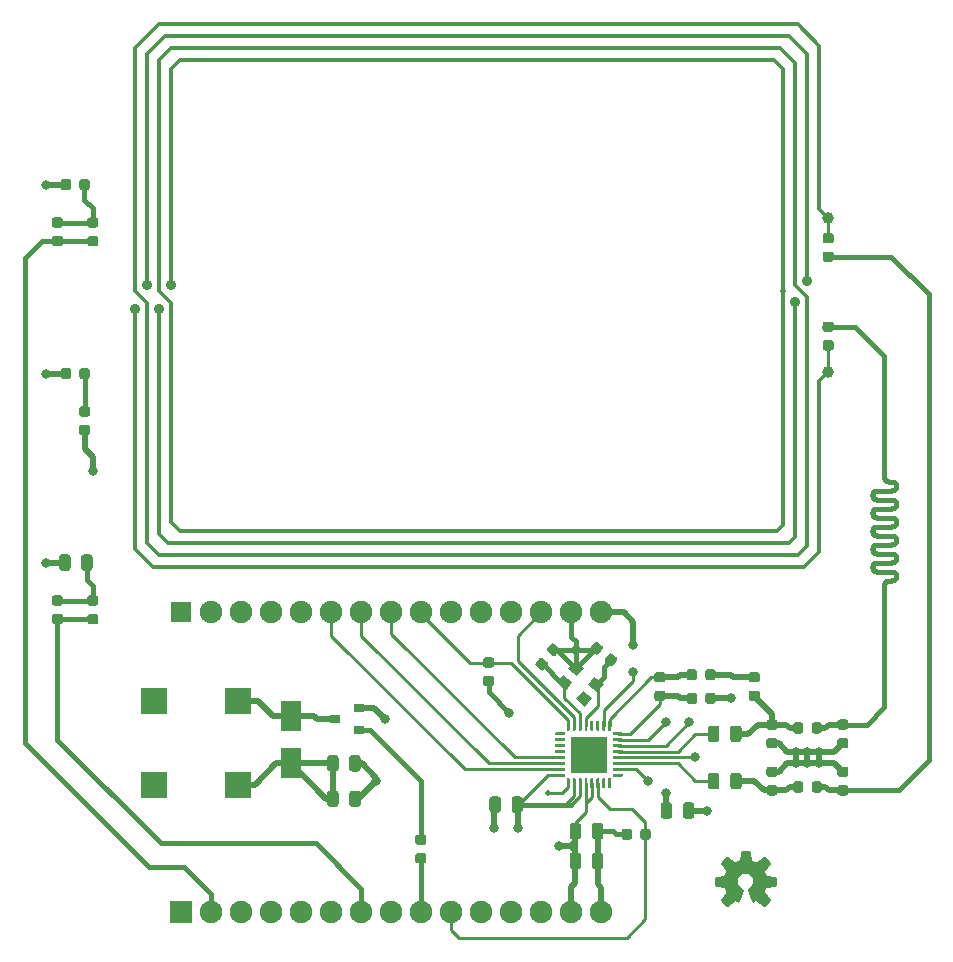
<source format=gtl>
G04 #@! TF.GenerationSoftware,KiCad,Pcbnew,(5.1.6)-1*
G04 #@! TF.CreationDate,2022-05-24T19:53:44-07:00*
G04 #@! TF.ProjectId,MFRC522 PCB ESP32,4d465243-3532-4322-9050-434220455350,rev?*
G04 #@! TF.SameCoordinates,Original*
G04 #@! TF.FileFunction,Copper,L1,Top*
G04 #@! TF.FilePolarity,Positive*
%FSLAX46Y46*%
G04 Gerber Fmt 4.6, Leading zero omitted, Abs format (unit mm)*
G04 Created by KiCad (PCBNEW (5.1.6)-1) date 2022-05-24 19:53:44*
%MOMM*%
%LPD*%
G01*
G04 APERTURE LIST*
G04 #@! TA.AperFunction,EtchedComponent*
%ADD10C,0.254000*%
G04 #@! TD*
G04 #@! TA.AperFunction,EtchedComponent*
%ADD11C,0.100000*%
G04 #@! TD*
G04 #@! TA.AperFunction,ComponentPad*
%ADD12O,1.900000X1.900000*%
G04 #@! TD*
G04 #@! TA.AperFunction,ComponentPad*
%ADD13R,1.900000X1.900000*%
G04 #@! TD*
G04 #@! TA.AperFunction,ComponentPad*
%ADD14R,1.700000X1.700000*%
G04 #@! TD*
G04 #@! TA.AperFunction,SMDPad,CuDef*
%ADD15C,0.100000*%
G04 #@! TD*
G04 #@! TA.AperFunction,SMDPad,CuDef*
%ADD16R,3.100000X3.100000*%
G04 #@! TD*
G04 #@! TA.AperFunction,SMDPad,CuDef*
%ADD17R,0.900000X0.800000*%
G04 #@! TD*
G04 #@! TA.AperFunction,SMDPad,CuDef*
%ADD18R,1.800000X2.500000*%
G04 #@! TD*
G04 #@! TA.AperFunction,SMDPad,CuDef*
%ADD19R,2.300000X2.300000*%
G04 #@! TD*
G04 #@! TA.AperFunction,SMDPad,CuDef*
%ADD20C,1.000000*%
G04 #@! TD*
G04 #@! TA.AperFunction,ViaPad*
%ADD21C,0.500000*%
G04 #@! TD*
G04 #@! TA.AperFunction,ViaPad*
%ADD22C,0.800000*%
G04 #@! TD*
G04 #@! TA.AperFunction,ViaPad*
%ADD23C,0.907000*%
G04 #@! TD*
G04 #@! TA.AperFunction,Conductor*
%ADD24C,0.356000*%
G04 #@! TD*
G04 #@! TA.AperFunction,Conductor*
%ADD25C,0.254000*%
G04 #@! TD*
G04 #@! TA.AperFunction,Conductor*
%ADD26C,0.508000*%
G04 #@! TD*
G04 #@! TA.AperFunction,Conductor*
%ADD27C,0.381000*%
G04 #@! TD*
G04 APERTURE END LIST*
D10*
X240054000Y-119733000D02*
X240418000Y-120613000D01*
X239082000Y-120613000D02*
X239446000Y-119733000D01*
X238186000Y-121002000D02*
X238825000Y-120481000D01*
X237748000Y-120564000D02*
X238186000Y-121002000D01*
X238269000Y-119925000D02*
X237748000Y-120564000D01*
X237229000Y-119310000D02*
X238048000Y-119393000D01*
X237229000Y-118690000D02*
X237229000Y-119310000D01*
X238048000Y-118607000D02*
X237229000Y-118690000D01*
X237748000Y-117436000D02*
X238269000Y-118075000D01*
X238186000Y-116998000D02*
X237748000Y-117436000D01*
X238825000Y-117519000D02*
X238186000Y-116998000D01*
X239440000Y-116479000D02*
X239357000Y-117298000D01*
X240060000Y-116479000D02*
X239440000Y-116479000D01*
X240143000Y-117298000D02*
X240060000Y-116479000D01*
X241314000Y-116998000D02*
X240675000Y-117519000D01*
X241752000Y-117436000D02*
X241314000Y-116998000D01*
X241231000Y-118075000D02*
X241752000Y-117436000D01*
X242271000Y-118690000D02*
X241452000Y-118607000D01*
X242271000Y-119310000D02*
X242271000Y-118690000D01*
X241452000Y-119393000D02*
X242271000Y-119310000D01*
X241752000Y-120564000D02*
X241231000Y-119925000D01*
X241314000Y-121002000D02*
X241752000Y-120564000D01*
X240675000Y-120481000D02*
X241314000Y-121002000D01*
D11*
G36*
X240418000Y-120613000D02*
G01*
X240550000Y-120552000D01*
X240675000Y-120481000D01*
X241314000Y-121002000D01*
X241752000Y-120564000D01*
X241231000Y-119925000D01*
X241324000Y-119756000D01*
X241398000Y-119578000D01*
X241452000Y-119393000D01*
X242271000Y-119310000D01*
X242271000Y-118690000D01*
X241452000Y-118607000D01*
X241398000Y-118422000D01*
X241324000Y-118244000D01*
X241231000Y-118075000D01*
X241752000Y-117436000D01*
X241314000Y-116998000D01*
X240675000Y-117519000D01*
X240506000Y-117426000D01*
X240328000Y-117352000D01*
X240143000Y-117298000D01*
X240060000Y-116479000D01*
X239440000Y-116479000D01*
X239357000Y-117298000D01*
X239172000Y-117352000D01*
X238994000Y-117426000D01*
X238825000Y-117519000D01*
X238186000Y-116998000D01*
X237748000Y-117436000D01*
X238269000Y-118075000D01*
X238176000Y-118244000D01*
X238102000Y-118422000D01*
X238048000Y-118607000D01*
X237229000Y-118690000D01*
X237229000Y-119310000D01*
X238048000Y-119393000D01*
X238102000Y-119578000D01*
X238176000Y-119756000D01*
X238269000Y-119925000D01*
X237748000Y-120564000D01*
X238186000Y-121002000D01*
X238825000Y-120481000D01*
X238950000Y-120552000D01*
X239082000Y-120613000D01*
X239446000Y-119733000D01*
X239362000Y-119693000D01*
X239283000Y-119642000D01*
X239211000Y-119583000D01*
X239146000Y-119516000D01*
X239090000Y-119441000D01*
X239043000Y-119360000D01*
X239005000Y-119275000D01*
X238978000Y-119185000D01*
X238962000Y-119093000D01*
X238956000Y-119000000D01*
X238962000Y-118902000D01*
X238980000Y-118806000D01*
X239010000Y-118713000D01*
X239051000Y-118624000D01*
X239103000Y-118541000D01*
X239164000Y-118465000D01*
X239234000Y-118396000D01*
X239313000Y-118338000D01*
X239398000Y-118289000D01*
X239488000Y-118251000D01*
X239582000Y-118224000D01*
X239679000Y-118210000D01*
X239777000Y-118207000D01*
X239874000Y-118216000D01*
X239970000Y-118237000D01*
X240062000Y-118270000D01*
X240149000Y-118314000D01*
X240231000Y-118369000D01*
X240305000Y-118433000D01*
X240371000Y-118505000D01*
X240427000Y-118585000D01*
X240473000Y-118672000D01*
X240508000Y-118763000D01*
X240531000Y-118858000D01*
X240542000Y-118956000D01*
X240542000Y-119053000D01*
X240529000Y-119151000D01*
X240505000Y-119245000D01*
X240469000Y-119336000D01*
X240422000Y-119422000D01*
X240365000Y-119502000D01*
X240299000Y-119574000D01*
X240224000Y-119637000D01*
X240142000Y-119690000D01*
X240054000Y-119733000D01*
X240418000Y-120613000D01*
G37*
D10*
X240053863Y-119733555D02*
G75*
G03*
X238956000Y-119000000I-303863J733555D01*
G01*
X238956460Y-118999703D02*
G75*
G03*
X239446000Y-119733000I793540J-297D01*
G01*
X238824927Y-120480446D02*
G75*
G03*
X239082000Y-120613000I926073J1480446D01*
G01*
X238048509Y-119392320D02*
G75*
G03*
X238269000Y-119925000I1701491J392320D01*
G01*
X238268740Y-118074191D02*
G75*
G03*
X238048000Y-118607000I1481260J-925809D01*
G01*
X239357680Y-117298509D02*
G75*
G03*
X238825000Y-117519000I392320J-1701491D01*
G01*
X240675809Y-117518740D02*
G75*
G03*
X240143000Y-117298000I-925809J-1481260D01*
G01*
X241451491Y-118607680D02*
G75*
G03*
X241231000Y-118075000I-1701491J-392320D01*
G01*
X241231260Y-119925809D02*
G75*
G03*
X241452000Y-119393000I-1481260J925809D01*
G01*
X240417837Y-120613535D02*
G75*
G03*
X240675000Y-120481000I-668837J1613535D01*
G01*
D12*
X227560000Y-121600000D03*
X225020000Y-121600000D03*
X222480000Y-121600000D03*
X219940000Y-121600000D03*
X217400000Y-121600000D03*
X214860000Y-121600000D03*
X212320000Y-121600000D03*
X209780000Y-121600000D03*
X207240000Y-121600000D03*
X204700000Y-121600000D03*
X202160000Y-121600000D03*
X199620000Y-121600000D03*
X197080000Y-121600000D03*
X194540000Y-121600000D03*
D13*
X192000000Y-121600000D03*
D12*
X227560000Y-96200000D03*
X225020000Y-96200000D03*
X222480000Y-96200000D03*
X219940000Y-96200000D03*
X217400000Y-96200000D03*
X214860000Y-96200000D03*
X212320000Y-96200000D03*
X209780000Y-96200000D03*
X207240000Y-96200000D03*
X204700000Y-96200000D03*
X202160000Y-96200000D03*
X199620000Y-96200000D03*
X197080000Y-96200000D03*
X194540000Y-96200000D03*
D14*
X192000000Y-96200000D03*
G04 #@! TA.AperFunction,SMDPad,CuDef*
D15*
G36*
X226769476Y-103493753D02*
G01*
X226203088Y-104193184D01*
X225425942Y-103563863D01*
X225992330Y-102864432D01*
X226769476Y-103493753D01*
G37*
G04 #@! TD.AperFunction*
G04 #@! TA.AperFunction,SMDPad,CuDef*
G36*
X225098612Y-102140714D02*
G01*
X224532224Y-102840145D01*
X223755078Y-102210824D01*
X224321466Y-101511393D01*
X225098612Y-102140714D01*
G37*
G04 #@! TD.AperFunction*
G04 #@! TA.AperFunction,SMDPad,CuDef*
G36*
X226074058Y-100936137D02*
G01*
X225507670Y-101635568D01*
X224730524Y-101006247D01*
X225296912Y-100306816D01*
X226074058Y-100936137D01*
G37*
G04 #@! TD.AperFunction*
G04 #@! TA.AperFunction,SMDPad,CuDef*
G36*
X227744922Y-102289176D02*
G01*
X227178534Y-102988607D01*
X226401388Y-102359286D01*
X226967776Y-101659855D01*
X227744922Y-102289176D01*
G37*
G04 #@! TD.AperFunction*
G04 #@! TA.AperFunction,SMDPad,CuDef*
G36*
G01*
X224812500Y-111125000D02*
X224687500Y-111125000D01*
G75*
G02*
X224625000Y-111062500I0J62500D01*
G01*
X224625000Y-110312500D01*
G75*
G02*
X224687500Y-110250000I62500J0D01*
G01*
X224812500Y-110250000D01*
G75*
G02*
X224875000Y-110312500I0J-62500D01*
G01*
X224875000Y-111062500D01*
G75*
G02*
X224812500Y-111125000I-62500J0D01*
G01*
G37*
G04 #@! TD.AperFunction*
G04 #@! TA.AperFunction,SMDPad,CuDef*
G36*
G01*
X225312500Y-111125000D02*
X225187500Y-111125000D01*
G75*
G02*
X225125000Y-111062500I0J62500D01*
G01*
X225125000Y-110312500D01*
G75*
G02*
X225187500Y-110250000I62500J0D01*
G01*
X225312500Y-110250000D01*
G75*
G02*
X225375000Y-110312500I0J-62500D01*
G01*
X225375000Y-111062500D01*
G75*
G02*
X225312500Y-111125000I-62500J0D01*
G01*
G37*
G04 #@! TD.AperFunction*
G04 #@! TA.AperFunction,SMDPad,CuDef*
G36*
G01*
X225812500Y-111125000D02*
X225687500Y-111125000D01*
G75*
G02*
X225625000Y-111062500I0J62500D01*
G01*
X225625000Y-110312500D01*
G75*
G02*
X225687500Y-110250000I62500J0D01*
G01*
X225812500Y-110250000D01*
G75*
G02*
X225875000Y-110312500I0J-62500D01*
G01*
X225875000Y-111062500D01*
G75*
G02*
X225812500Y-111125000I-62500J0D01*
G01*
G37*
G04 #@! TD.AperFunction*
G04 #@! TA.AperFunction,SMDPad,CuDef*
G36*
G01*
X226312500Y-111125000D02*
X226187500Y-111125000D01*
G75*
G02*
X226125000Y-111062500I0J62500D01*
G01*
X226125000Y-110312500D01*
G75*
G02*
X226187500Y-110250000I62500J0D01*
G01*
X226312500Y-110250000D01*
G75*
G02*
X226375000Y-110312500I0J-62500D01*
G01*
X226375000Y-111062500D01*
G75*
G02*
X226312500Y-111125000I-62500J0D01*
G01*
G37*
G04 #@! TD.AperFunction*
G04 #@! TA.AperFunction,SMDPad,CuDef*
G36*
G01*
X226812500Y-111125000D02*
X226687500Y-111125000D01*
G75*
G02*
X226625000Y-111062500I0J62500D01*
G01*
X226625000Y-110312500D01*
G75*
G02*
X226687500Y-110250000I62500J0D01*
G01*
X226812500Y-110250000D01*
G75*
G02*
X226875000Y-110312500I0J-62500D01*
G01*
X226875000Y-111062500D01*
G75*
G02*
X226812500Y-111125000I-62500J0D01*
G01*
G37*
G04 #@! TD.AperFunction*
G04 #@! TA.AperFunction,SMDPad,CuDef*
G36*
G01*
X227312500Y-111125000D02*
X227187500Y-111125000D01*
G75*
G02*
X227125000Y-111062500I0J62500D01*
G01*
X227125000Y-110312500D01*
G75*
G02*
X227187500Y-110250000I62500J0D01*
G01*
X227312500Y-110250000D01*
G75*
G02*
X227375000Y-110312500I0J-62500D01*
G01*
X227375000Y-111062500D01*
G75*
G02*
X227312500Y-111125000I-62500J0D01*
G01*
G37*
G04 #@! TD.AperFunction*
G04 #@! TA.AperFunction,SMDPad,CuDef*
G36*
G01*
X227812500Y-111125000D02*
X227687500Y-111125000D01*
G75*
G02*
X227625000Y-111062500I0J62500D01*
G01*
X227625000Y-110312500D01*
G75*
G02*
X227687500Y-110250000I62500J0D01*
G01*
X227812500Y-110250000D01*
G75*
G02*
X227875000Y-110312500I0J-62500D01*
G01*
X227875000Y-111062500D01*
G75*
G02*
X227812500Y-111125000I-62500J0D01*
G01*
G37*
G04 #@! TD.AperFunction*
G04 #@! TA.AperFunction,SMDPad,CuDef*
G36*
G01*
X228312500Y-111125000D02*
X228187500Y-111125000D01*
G75*
G02*
X228125000Y-111062500I0J62500D01*
G01*
X228125000Y-110312500D01*
G75*
G02*
X228187500Y-110250000I62500J0D01*
G01*
X228312500Y-110250000D01*
G75*
G02*
X228375000Y-110312500I0J-62500D01*
G01*
X228375000Y-111062500D01*
G75*
G02*
X228312500Y-111125000I-62500J0D01*
G01*
G37*
G04 #@! TD.AperFunction*
G04 #@! TA.AperFunction,SMDPad,CuDef*
G36*
G01*
X229312500Y-110125000D02*
X228562500Y-110125000D01*
G75*
G02*
X228500000Y-110062500I0J62500D01*
G01*
X228500000Y-109937500D01*
G75*
G02*
X228562500Y-109875000I62500J0D01*
G01*
X229312500Y-109875000D01*
G75*
G02*
X229375000Y-109937500I0J-62500D01*
G01*
X229375000Y-110062500D01*
G75*
G02*
X229312500Y-110125000I-62500J0D01*
G01*
G37*
G04 #@! TD.AperFunction*
G04 #@! TA.AperFunction,SMDPad,CuDef*
G36*
G01*
X229312500Y-109625000D02*
X228562500Y-109625000D01*
G75*
G02*
X228500000Y-109562500I0J62500D01*
G01*
X228500000Y-109437500D01*
G75*
G02*
X228562500Y-109375000I62500J0D01*
G01*
X229312500Y-109375000D01*
G75*
G02*
X229375000Y-109437500I0J-62500D01*
G01*
X229375000Y-109562500D01*
G75*
G02*
X229312500Y-109625000I-62500J0D01*
G01*
G37*
G04 #@! TD.AperFunction*
G04 #@! TA.AperFunction,SMDPad,CuDef*
G36*
G01*
X229312500Y-109125000D02*
X228562500Y-109125000D01*
G75*
G02*
X228500000Y-109062500I0J62500D01*
G01*
X228500000Y-108937500D01*
G75*
G02*
X228562500Y-108875000I62500J0D01*
G01*
X229312500Y-108875000D01*
G75*
G02*
X229375000Y-108937500I0J-62500D01*
G01*
X229375000Y-109062500D01*
G75*
G02*
X229312500Y-109125000I-62500J0D01*
G01*
G37*
G04 #@! TD.AperFunction*
G04 #@! TA.AperFunction,SMDPad,CuDef*
G36*
G01*
X229312500Y-108625000D02*
X228562500Y-108625000D01*
G75*
G02*
X228500000Y-108562500I0J62500D01*
G01*
X228500000Y-108437500D01*
G75*
G02*
X228562500Y-108375000I62500J0D01*
G01*
X229312500Y-108375000D01*
G75*
G02*
X229375000Y-108437500I0J-62500D01*
G01*
X229375000Y-108562500D01*
G75*
G02*
X229312500Y-108625000I-62500J0D01*
G01*
G37*
G04 #@! TD.AperFunction*
G04 #@! TA.AperFunction,SMDPad,CuDef*
G36*
G01*
X229312500Y-108125000D02*
X228562500Y-108125000D01*
G75*
G02*
X228500000Y-108062500I0J62500D01*
G01*
X228500000Y-107937500D01*
G75*
G02*
X228562500Y-107875000I62500J0D01*
G01*
X229312500Y-107875000D01*
G75*
G02*
X229375000Y-107937500I0J-62500D01*
G01*
X229375000Y-108062500D01*
G75*
G02*
X229312500Y-108125000I-62500J0D01*
G01*
G37*
G04 #@! TD.AperFunction*
G04 #@! TA.AperFunction,SMDPad,CuDef*
G36*
G01*
X229312500Y-107625000D02*
X228562500Y-107625000D01*
G75*
G02*
X228500000Y-107562500I0J62500D01*
G01*
X228500000Y-107437500D01*
G75*
G02*
X228562500Y-107375000I62500J0D01*
G01*
X229312500Y-107375000D01*
G75*
G02*
X229375000Y-107437500I0J-62500D01*
G01*
X229375000Y-107562500D01*
G75*
G02*
X229312500Y-107625000I-62500J0D01*
G01*
G37*
G04 #@! TD.AperFunction*
G04 #@! TA.AperFunction,SMDPad,CuDef*
G36*
G01*
X229312500Y-107125000D02*
X228562500Y-107125000D01*
G75*
G02*
X228500000Y-107062500I0J62500D01*
G01*
X228500000Y-106937500D01*
G75*
G02*
X228562500Y-106875000I62500J0D01*
G01*
X229312500Y-106875000D01*
G75*
G02*
X229375000Y-106937500I0J-62500D01*
G01*
X229375000Y-107062500D01*
G75*
G02*
X229312500Y-107125000I-62500J0D01*
G01*
G37*
G04 #@! TD.AperFunction*
G04 #@! TA.AperFunction,SMDPad,CuDef*
G36*
G01*
X229312500Y-106625000D02*
X228562500Y-106625000D01*
G75*
G02*
X228500000Y-106562500I0J62500D01*
G01*
X228500000Y-106437500D01*
G75*
G02*
X228562500Y-106375000I62500J0D01*
G01*
X229312500Y-106375000D01*
G75*
G02*
X229375000Y-106437500I0J-62500D01*
G01*
X229375000Y-106562500D01*
G75*
G02*
X229312500Y-106625000I-62500J0D01*
G01*
G37*
G04 #@! TD.AperFunction*
G04 #@! TA.AperFunction,SMDPad,CuDef*
G36*
G01*
X228312500Y-106250000D02*
X228187500Y-106250000D01*
G75*
G02*
X228125000Y-106187500I0J62500D01*
G01*
X228125000Y-105437500D01*
G75*
G02*
X228187500Y-105375000I62500J0D01*
G01*
X228312500Y-105375000D01*
G75*
G02*
X228375000Y-105437500I0J-62500D01*
G01*
X228375000Y-106187500D01*
G75*
G02*
X228312500Y-106250000I-62500J0D01*
G01*
G37*
G04 #@! TD.AperFunction*
G04 #@! TA.AperFunction,SMDPad,CuDef*
G36*
G01*
X227812500Y-106250000D02*
X227687500Y-106250000D01*
G75*
G02*
X227625000Y-106187500I0J62500D01*
G01*
X227625000Y-105437500D01*
G75*
G02*
X227687500Y-105375000I62500J0D01*
G01*
X227812500Y-105375000D01*
G75*
G02*
X227875000Y-105437500I0J-62500D01*
G01*
X227875000Y-106187500D01*
G75*
G02*
X227812500Y-106250000I-62500J0D01*
G01*
G37*
G04 #@! TD.AperFunction*
G04 #@! TA.AperFunction,SMDPad,CuDef*
G36*
G01*
X227312500Y-106250000D02*
X227187500Y-106250000D01*
G75*
G02*
X227125000Y-106187500I0J62500D01*
G01*
X227125000Y-105437500D01*
G75*
G02*
X227187500Y-105375000I62500J0D01*
G01*
X227312500Y-105375000D01*
G75*
G02*
X227375000Y-105437500I0J-62500D01*
G01*
X227375000Y-106187500D01*
G75*
G02*
X227312500Y-106250000I-62500J0D01*
G01*
G37*
G04 #@! TD.AperFunction*
G04 #@! TA.AperFunction,SMDPad,CuDef*
G36*
G01*
X226812500Y-106250000D02*
X226687500Y-106250000D01*
G75*
G02*
X226625000Y-106187500I0J62500D01*
G01*
X226625000Y-105437500D01*
G75*
G02*
X226687500Y-105375000I62500J0D01*
G01*
X226812500Y-105375000D01*
G75*
G02*
X226875000Y-105437500I0J-62500D01*
G01*
X226875000Y-106187500D01*
G75*
G02*
X226812500Y-106250000I-62500J0D01*
G01*
G37*
G04 #@! TD.AperFunction*
G04 #@! TA.AperFunction,SMDPad,CuDef*
G36*
G01*
X226312500Y-106250000D02*
X226187500Y-106250000D01*
G75*
G02*
X226125000Y-106187500I0J62500D01*
G01*
X226125000Y-105437500D01*
G75*
G02*
X226187500Y-105375000I62500J0D01*
G01*
X226312500Y-105375000D01*
G75*
G02*
X226375000Y-105437500I0J-62500D01*
G01*
X226375000Y-106187500D01*
G75*
G02*
X226312500Y-106250000I-62500J0D01*
G01*
G37*
G04 #@! TD.AperFunction*
G04 #@! TA.AperFunction,SMDPad,CuDef*
G36*
G01*
X225812500Y-106250000D02*
X225687500Y-106250000D01*
G75*
G02*
X225625000Y-106187500I0J62500D01*
G01*
X225625000Y-105437500D01*
G75*
G02*
X225687500Y-105375000I62500J0D01*
G01*
X225812500Y-105375000D01*
G75*
G02*
X225875000Y-105437500I0J-62500D01*
G01*
X225875000Y-106187500D01*
G75*
G02*
X225812500Y-106250000I-62500J0D01*
G01*
G37*
G04 #@! TD.AperFunction*
G04 #@! TA.AperFunction,SMDPad,CuDef*
G36*
G01*
X225312500Y-106250000D02*
X225187500Y-106250000D01*
G75*
G02*
X225125000Y-106187500I0J62500D01*
G01*
X225125000Y-105437500D01*
G75*
G02*
X225187500Y-105375000I62500J0D01*
G01*
X225312500Y-105375000D01*
G75*
G02*
X225375000Y-105437500I0J-62500D01*
G01*
X225375000Y-106187500D01*
G75*
G02*
X225312500Y-106250000I-62500J0D01*
G01*
G37*
G04 #@! TD.AperFunction*
G04 #@! TA.AperFunction,SMDPad,CuDef*
G36*
G01*
X224812500Y-106250000D02*
X224687500Y-106250000D01*
G75*
G02*
X224625000Y-106187500I0J62500D01*
G01*
X224625000Y-105437500D01*
G75*
G02*
X224687500Y-105375000I62500J0D01*
G01*
X224812500Y-105375000D01*
G75*
G02*
X224875000Y-105437500I0J-62500D01*
G01*
X224875000Y-106187500D01*
G75*
G02*
X224812500Y-106250000I-62500J0D01*
G01*
G37*
G04 #@! TD.AperFunction*
G04 #@! TA.AperFunction,SMDPad,CuDef*
G36*
G01*
X224437500Y-106625000D02*
X223687500Y-106625000D01*
G75*
G02*
X223625000Y-106562500I0J62500D01*
G01*
X223625000Y-106437500D01*
G75*
G02*
X223687500Y-106375000I62500J0D01*
G01*
X224437500Y-106375000D01*
G75*
G02*
X224500000Y-106437500I0J-62500D01*
G01*
X224500000Y-106562500D01*
G75*
G02*
X224437500Y-106625000I-62500J0D01*
G01*
G37*
G04 #@! TD.AperFunction*
G04 #@! TA.AperFunction,SMDPad,CuDef*
G36*
G01*
X224437500Y-107125000D02*
X223687500Y-107125000D01*
G75*
G02*
X223625000Y-107062500I0J62500D01*
G01*
X223625000Y-106937500D01*
G75*
G02*
X223687500Y-106875000I62500J0D01*
G01*
X224437500Y-106875000D01*
G75*
G02*
X224500000Y-106937500I0J-62500D01*
G01*
X224500000Y-107062500D01*
G75*
G02*
X224437500Y-107125000I-62500J0D01*
G01*
G37*
G04 #@! TD.AperFunction*
G04 #@! TA.AperFunction,SMDPad,CuDef*
G36*
G01*
X224437500Y-107625000D02*
X223687500Y-107625000D01*
G75*
G02*
X223625000Y-107562500I0J62500D01*
G01*
X223625000Y-107437500D01*
G75*
G02*
X223687500Y-107375000I62500J0D01*
G01*
X224437500Y-107375000D01*
G75*
G02*
X224500000Y-107437500I0J-62500D01*
G01*
X224500000Y-107562500D01*
G75*
G02*
X224437500Y-107625000I-62500J0D01*
G01*
G37*
G04 #@! TD.AperFunction*
G04 #@! TA.AperFunction,SMDPad,CuDef*
G36*
G01*
X224437500Y-108125000D02*
X223687500Y-108125000D01*
G75*
G02*
X223625000Y-108062500I0J62500D01*
G01*
X223625000Y-107937500D01*
G75*
G02*
X223687500Y-107875000I62500J0D01*
G01*
X224437500Y-107875000D01*
G75*
G02*
X224500000Y-107937500I0J-62500D01*
G01*
X224500000Y-108062500D01*
G75*
G02*
X224437500Y-108125000I-62500J0D01*
G01*
G37*
G04 #@! TD.AperFunction*
G04 #@! TA.AperFunction,SMDPad,CuDef*
G36*
G01*
X224437500Y-108625000D02*
X223687500Y-108625000D01*
G75*
G02*
X223625000Y-108562500I0J62500D01*
G01*
X223625000Y-108437500D01*
G75*
G02*
X223687500Y-108375000I62500J0D01*
G01*
X224437500Y-108375000D01*
G75*
G02*
X224500000Y-108437500I0J-62500D01*
G01*
X224500000Y-108562500D01*
G75*
G02*
X224437500Y-108625000I-62500J0D01*
G01*
G37*
G04 #@! TD.AperFunction*
G04 #@! TA.AperFunction,SMDPad,CuDef*
G36*
G01*
X224437500Y-109125000D02*
X223687500Y-109125000D01*
G75*
G02*
X223625000Y-109062500I0J62500D01*
G01*
X223625000Y-108937500D01*
G75*
G02*
X223687500Y-108875000I62500J0D01*
G01*
X224437500Y-108875000D01*
G75*
G02*
X224500000Y-108937500I0J-62500D01*
G01*
X224500000Y-109062500D01*
G75*
G02*
X224437500Y-109125000I-62500J0D01*
G01*
G37*
G04 #@! TD.AperFunction*
G04 #@! TA.AperFunction,SMDPad,CuDef*
G36*
G01*
X224437500Y-109625000D02*
X223687500Y-109625000D01*
G75*
G02*
X223625000Y-109562500I0J62500D01*
G01*
X223625000Y-109437500D01*
G75*
G02*
X223687500Y-109375000I62500J0D01*
G01*
X224437500Y-109375000D01*
G75*
G02*
X224500000Y-109437500I0J-62500D01*
G01*
X224500000Y-109562500D01*
G75*
G02*
X224437500Y-109625000I-62500J0D01*
G01*
G37*
G04 #@! TD.AperFunction*
G04 #@! TA.AperFunction,SMDPad,CuDef*
G36*
G01*
X224437500Y-110125000D02*
X223687500Y-110125000D01*
G75*
G02*
X223625000Y-110062500I0J62500D01*
G01*
X223625000Y-109937500D01*
G75*
G02*
X223687500Y-109875000I62500J0D01*
G01*
X224437500Y-109875000D01*
G75*
G02*
X224500000Y-109937500I0J-62500D01*
G01*
X224500000Y-110062500D01*
G75*
G02*
X224437500Y-110125000I-62500J0D01*
G01*
G37*
G04 #@! TD.AperFunction*
D16*
X226500000Y-108250000D03*
G04 #@! TA.AperFunction,SMDPad,CuDef*
G36*
G01*
X205300000Y-108543750D02*
X205300000Y-109456250D01*
G75*
G02*
X205056250Y-109700000I-243750J0D01*
G01*
X204568750Y-109700000D01*
G75*
G02*
X204325000Y-109456250I0J243750D01*
G01*
X204325000Y-108543750D01*
G75*
G02*
X204568750Y-108300000I243750J0D01*
G01*
X205056250Y-108300000D01*
G75*
G02*
X205300000Y-108543750I0J-243750D01*
G01*
G37*
G04 #@! TD.AperFunction*
G04 #@! TA.AperFunction,SMDPad,CuDef*
G36*
G01*
X207175000Y-108543750D02*
X207175000Y-109456250D01*
G75*
G02*
X206931250Y-109700000I-243750J0D01*
G01*
X206443750Y-109700000D01*
G75*
G02*
X206200000Y-109456250I0J243750D01*
G01*
X206200000Y-108543750D01*
G75*
G02*
X206443750Y-108300000I243750J0D01*
G01*
X206931250Y-108300000D01*
G75*
G02*
X207175000Y-108543750I0J-243750D01*
G01*
G37*
G04 #@! TD.AperFunction*
G04 #@! TA.AperFunction,SMDPad,CuDef*
G36*
G01*
X184756250Y-95650000D02*
X184243750Y-95650000D01*
G75*
G02*
X184025000Y-95431250I0J218750D01*
G01*
X184025000Y-94993750D01*
G75*
G02*
X184243750Y-94775000I218750J0D01*
G01*
X184756250Y-94775000D01*
G75*
G02*
X184975000Y-94993750I0J-218750D01*
G01*
X184975000Y-95431250D01*
G75*
G02*
X184756250Y-95650000I-218750J0D01*
G01*
G37*
G04 #@! TD.AperFunction*
G04 #@! TA.AperFunction,SMDPad,CuDef*
G36*
G01*
X184756250Y-97225000D02*
X184243750Y-97225000D01*
G75*
G02*
X184025000Y-97006250I0J218750D01*
G01*
X184025000Y-96568750D01*
G75*
G02*
X184243750Y-96350000I218750J0D01*
G01*
X184756250Y-96350000D01*
G75*
G02*
X184975000Y-96568750I0J-218750D01*
G01*
X184975000Y-97006250D01*
G75*
G02*
X184756250Y-97225000I-218750J0D01*
G01*
G37*
G04 #@! TD.AperFunction*
G04 #@! TA.AperFunction,SMDPad,CuDef*
G36*
G01*
X184756250Y-63650000D02*
X184243750Y-63650000D01*
G75*
G02*
X184025000Y-63431250I0J218750D01*
G01*
X184025000Y-62993750D01*
G75*
G02*
X184243750Y-62775000I218750J0D01*
G01*
X184756250Y-62775000D01*
G75*
G02*
X184975000Y-62993750I0J-218750D01*
G01*
X184975000Y-63431250D01*
G75*
G02*
X184756250Y-63650000I-218750J0D01*
G01*
G37*
G04 #@! TD.AperFunction*
G04 #@! TA.AperFunction,SMDPad,CuDef*
G36*
G01*
X184756250Y-65225000D02*
X184243750Y-65225000D01*
G75*
G02*
X184025000Y-65006250I0J218750D01*
G01*
X184025000Y-64568750D01*
G75*
G02*
X184243750Y-64350000I218750J0D01*
G01*
X184756250Y-64350000D01*
G75*
G02*
X184975000Y-64568750I0J-218750D01*
G01*
X184975000Y-65006250D01*
G75*
G02*
X184756250Y-65225000I-218750J0D01*
G01*
G37*
G04 #@! TD.AperFunction*
G04 #@! TA.AperFunction,SMDPad,CuDef*
G36*
G01*
X212506250Y-115900000D02*
X211993750Y-115900000D01*
G75*
G02*
X211775000Y-115681250I0J218750D01*
G01*
X211775000Y-115243750D01*
G75*
G02*
X211993750Y-115025000I218750J0D01*
G01*
X212506250Y-115025000D01*
G75*
G02*
X212725000Y-115243750I0J-218750D01*
G01*
X212725000Y-115681250D01*
G75*
G02*
X212506250Y-115900000I-218750J0D01*
G01*
G37*
G04 #@! TD.AperFunction*
G04 #@! TA.AperFunction,SMDPad,CuDef*
G36*
G01*
X212506250Y-117475000D02*
X211993750Y-117475000D01*
G75*
G02*
X211775000Y-117256250I0J218750D01*
G01*
X211775000Y-116818750D01*
G75*
G02*
X211993750Y-116600000I218750J0D01*
G01*
X212506250Y-116600000D01*
G75*
G02*
X212725000Y-116818750I0J-218750D01*
G01*
X212725000Y-117256250D01*
G75*
G02*
X212506250Y-117475000I-218750J0D01*
G01*
G37*
G04 #@! TD.AperFunction*
G04 #@! TA.AperFunction,SMDPad,CuDef*
G36*
G01*
X181756250Y-95650000D02*
X181243750Y-95650000D01*
G75*
G02*
X181025000Y-95431250I0J218750D01*
G01*
X181025000Y-94993750D01*
G75*
G02*
X181243750Y-94775000I218750J0D01*
G01*
X181756250Y-94775000D01*
G75*
G02*
X181975000Y-94993750I0J-218750D01*
G01*
X181975000Y-95431250D01*
G75*
G02*
X181756250Y-95650000I-218750J0D01*
G01*
G37*
G04 #@! TD.AperFunction*
G04 #@! TA.AperFunction,SMDPad,CuDef*
G36*
G01*
X181756250Y-97225000D02*
X181243750Y-97225000D01*
G75*
G02*
X181025000Y-97006250I0J218750D01*
G01*
X181025000Y-96568750D01*
G75*
G02*
X181243750Y-96350000I218750J0D01*
G01*
X181756250Y-96350000D01*
G75*
G02*
X181975000Y-96568750I0J-218750D01*
G01*
X181975000Y-97006250D01*
G75*
G02*
X181756250Y-97225000I-218750J0D01*
G01*
G37*
G04 #@! TD.AperFunction*
G04 #@! TA.AperFunction,SMDPad,CuDef*
G36*
G01*
X205300000Y-111543750D02*
X205300000Y-112456250D01*
G75*
G02*
X205056250Y-112700000I-243750J0D01*
G01*
X204568750Y-112700000D01*
G75*
G02*
X204325000Y-112456250I0J243750D01*
G01*
X204325000Y-111543750D01*
G75*
G02*
X204568750Y-111300000I243750J0D01*
G01*
X205056250Y-111300000D01*
G75*
G02*
X205300000Y-111543750I0J-243750D01*
G01*
G37*
G04 #@! TD.AperFunction*
G04 #@! TA.AperFunction,SMDPad,CuDef*
G36*
G01*
X207175000Y-111543750D02*
X207175000Y-112456250D01*
G75*
G02*
X206931250Y-112700000I-243750J0D01*
G01*
X206443750Y-112700000D01*
G75*
G02*
X206200000Y-112456250I0J243750D01*
G01*
X206200000Y-111543750D01*
G75*
G02*
X206443750Y-111300000I243750J0D01*
G01*
X206931250Y-111300000D01*
G75*
G02*
X207175000Y-111543750I0J-243750D01*
G01*
G37*
G04 #@! TD.AperFunction*
G04 #@! TA.AperFunction,SMDPad,CuDef*
G36*
G01*
X232243750Y-102850000D02*
X232756250Y-102850000D01*
G75*
G02*
X232975000Y-103068750I0J-218750D01*
G01*
X232975000Y-103506250D01*
G75*
G02*
X232756250Y-103725000I-218750J0D01*
G01*
X232243750Y-103725000D01*
G75*
G02*
X232025000Y-103506250I0J218750D01*
G01*
X232025000Y-103068750D01*
G75*
G02*
X232243750Y-102850000I218750J0D01*
G01*
G37*
G04 #@! TD.AperFunction*
G04 #@! TA.AperFunction,SMDPad,CuDef*
G36*
G01*
X232243750Y-101275000D02*
X232756250Y-101275000D01*
G75*
G02*
X232975000Y-101493750I0J-218750D01*
G01*
X232975000Y-101931250D01*
G75*
G02*
X232756250Y-102150000I-218750J0D01*
G01*
X232243750Y-102150000D01*
G75*
G02*
X232025000Y-101931250I0J218750D01*
G01*
X232025000Y-101493750D01*
G75*
G02*
X232243750Y-101275000I218750J0D01*
G01*
G37*
G04 #@! TD.AperFunction*
G04 #@! TA.AperFunction,SMDPad,CuDef*
G36*
G01*
X240243750Y-102850000D02*
X240756250Y-102850000D01*
G75*
G02*
X240975000Y-103068750I0J-218750D01*
G01*
X240975000Y-103506250D01*
G75*
G02*
X240756250Y-103725000I-218750J0D01*
G01*
X240243750Y-103725000D01*
G75*
G02*
X240025000Y-103506250I0J218750D01*
G01*
X240025000Y-103068750D01*
G75*
G02*
X240243750Y-102850000I218750J0D01*
G01*
G37*
G04 #@! TD.AperFunction*
G04 #@! TA.AperFunction,SMDPad,CuDef*
G36*
G01*
X240243750Y-101275000D02*
X240756250Y-101275000D01*
G75*
G02*
X240975000Y-101493750I0J-218750D01*
G01*
X240975000Y-101931250D01*
G75*
G02*
X240756250Y-102150000I-218750J0D01*
G01*
X240243750Y-102150000D01*
G75*
G02*
X240025000Y-101931250I0J218750D01*
G01*
X240025000Y-101493750D01*
G75*
G02*
X240243750Y-101275000I218750J0D01*
G01*
G37*
G04 #@! TD.AperFunction*
G04 #@! TA.AperFunction,SMDPad,CuDef*
G36*
G01*
X181756250Y-63650000D02*
X181243750Y-63650000D01*
G75*
G02*
X181025000Y-63431250I0J218750D01*
G01*
X181025000Y-62993750D01*
G75*
G02*
X181243750Y-62775000I218750J0D01*
G01*
X181756250Y-62775000D01*
G75*
G02*
X181975000Y-62993750I0J-218750D01*
G01*
X181975000Y-63431250D01*
G75*
G02*
X181756250Y-63650000I-218750J0D01*
G01*
G37*
G04 #@! TD.AperFunction*
G04 #@! TA.AperFunction,SMDPad,CuDef*
G36*
G01*
X181756250Y-65225000D02*
X181243750Y-65225000D01*
G75*
G02*
X181025000Y-65006250I0J218750D01*
G01*
X181025000Y-64568750D01*
G75*
G02*
X181243750Y-64350000I218750J0D01*
G01*
X181756250Y-64350000D01*
G75*
G02*
X181975000Y-64568750I0J-218750D01*
G01*
X181975000Y-65006250D01*
G75*
G02*
X181756250Y-65225000I-218750J0D01*
G01*
G37*
G04 #@! TD.AperFunction*
G04 #@! TA.AperFunction,SMDPad,CuDef*
G36*
G01*
X184056250Y-79650000D02*
X183543750Y-79650000D01*
G75*
G02*
X183325000Y-79431250I0J218750D01*
G01*
X183325000Y-78993750D01*
G75*
G02*
X183543750Y-78775000I218750J0D01*
G01*
X184056250Y-78775000D01*
G75*
G02*
X184275000Y-78993750I0J-218750D01*
G01*
X184275000Y-79431250D01*
G75*
G02*
X184056250Y-79650000I-218750J0D01*
G01*
G37*
G04 #@! TD.AperFunction*
G04 #@! TA.AperFunction,SMDPad,CuDef*
G36*
G01*
X184056250Y-81225000D02*
X183543750Y-81225000D01*
G75*
G02*
X183325000Y-81006250I0J218750D01*
G01*
X183325000Y-80568750D01*
G75*
G02*
X183543750Y-80350000I218750J0D01*
G01*
X184056250Y-80350000D01*
G75*
G02*
X184275000Y-80568750I0J-218750D01*
G01*
X184275000Y-81006250D01*
G75*
G02*
X184056250Y-81225000I-218750J0D01*
G01*
G37*
G04 #@! TD.AperFunction*
G04 #@! TA.AperFunction,SMDPad,CuDef*
G36*
G01*
X230150000Y-114743750D02*
X230150000Y-115256250D01*
G75*
G02*
X229931250Y-115475000I-218750J0D01*
G01*
X229493750Y-115475000D01*
G75*
G02*
X229275000Y-115256250I0J218750D01*
G01*
X229275000Y-114743750D01*
G75*
G02*
X229493750Y-114525000I218750J0D01*
G01*
X229931250Y-114525000D01*
G75*
G02*
X230150000Y-114743750I0J-218750D01*
G01*
G37*
G04 #@! TD.AperFunction*
G04 #@! TA.AperFunction,SMDPad,CuDef*
G36*
G01*
X231725000Y-114743750D02*
X231725000Y-115256250D01*
G75*
G02*
X231506250Y-115475000I-218750J0D01*
G01*
X231068750Y-115475000D01*
G75*
G02*
X230850000Y-115256250I0J218750D01*
G01*
X230850000Y-114743750D01*
G75*
G02*
X231068750Y-114525000I218750J0D01*
G01*
X231506250Y-114525000D01*
G75*
G02*
X231725000Y-114743750I0J-218750D01*
G01*
G37*
G04 #@! TD.AperFunction*
G04 #@! TA.AperFunction,SMDPad,CuDef*
G36*
G01*
X217743750Y-101600000D02*
X218256250Y-101600000D01*
G75*
G02*
X218475000Y-101818750I0J-218750D01*
G01*
X218475000Y-102256250D01*
G75*
G02*
X218256250Y-102475000I-218750J0D01*
G01*
X217743750Y-102475000D01*
G75*
G02*
X217525000Y-102256250I0J218750D01*
G01*
X217525000Y-101818750D01*
G75*
G02*
X217743750Y-101600000I218750J0D01*
G01*
G37*
G04 #@! TD.AperFunction*
G04 #@! TA.AperFunction,SMDPad,CuDef*
G36*
G01*
X217743750Y-100025000D02*
X218256250Y-100025000D01*
G75*
G02*
X218475000Y-100243750I0J-218750D01*
G01*
X218475000Y-100681250D01*
G75*
G02*
X218256250Y-100900000I-218750J0D01*
G01*
X217743750Y-100900000D01*
G75*
G02*
X217525000Y-100681250I0J218750D01*
G01*
X217525000Y-100243750D01*
G75*
G02*
X217743750Y-100025000I218750J0D01*
G01*
G37*
G04 #@! TD.AperFunction*
D17*
X205000000Y-105250000D03*
X207000000Y-104300000D03*
X207000000Y-106200000D03*
G04 #@! TA.AperFunction,SMDPad,CuDef*
G36*
G01*
X183512500Y-92456250D02*
X183512500Y-91543750D01*
G75*
G02*
X183756250Y-91300000I243750J0D01*
G01*
X184243750Y-91300000D01*
G75*
G02*
X184487500Y-91543750I0J-243750D01*
G01*
X184487500Y-92456250D01*
G75*
G02*
X184243750Y-92700000I-243750J0D01*
G01*
X183756250Y-92700000D01*
G75*
G02*
X183512500Y-92456250I0J243750D01*
G01*
G37*
G04 #@! TD.AperFunction*
G04 #@! TA.AperFunction,SMDPad,CuDef*
G36*
G01*
X181637500Y-92456250D02*
X181637500Y-91543750D01*
G75*
G02*
X181881250Y-91300000I243750J0D01*
G01*
X182368750Y-91300000D01*
G75*
G02*
X182612500Y-91543750I0J-243750D01*
G01*
X182612500Y-92456250D01*
G75*
G02*
X182368750Y-92700000I-243750J0D01*
G01*
X181881250Y-92700000D01*
G75*
G02*
X181637500Y-92456250I0J243750D01*
G01*
G37*
G04 #@! TD.AperFunction*
G04 #@! TA.AperFunction,SMDPad,CuDef*
G36*
G01*
X183350000Y-60256250D02*
X183350000Y-59743750D01*
G75*
G02*
X183568750Y-59525000I218750J0D01*
G01*
X184006250Y-59525000D01*
G75*
G02*
X184225000Y-59743750I0J-218750D01*
G01*
X184225000Y-60256250D01*
G75*
G02*
X184006250Y-60475000I-218750J0D01*
G01*
X183568750Y-60475000D01*
G75*
G02*
X183350000Y-60256250I0J218750D01*
G01*
G37*
G04 #@! TD.AperFunction*
G04 #@! TA.AperFunction,SMDPad,CuDef*
G36*
G01*
X181775000Y-60256250D02*
X181775000Y-59743750D01*
G75*
G02*
X181993750Y-59525000I218750J0D01*
G01*
X182431250Y-59525000D01*
G75*
G02*
X182650000Y-59743750I0J-218750D01*
G01*
X182650000Y-60256250D01*
G75*
G02*
X182431250Y-60475000I-218750J0D01*
G01*
X181993750Y-60475000D01*
G75*
G02*
X181775000Y-60256250I0J218750D01*
G01*
G37*
G04 #@! TD.AperFunction*
G04 #@! TA.AperFunction,SMDPad,CuDef*
G36*
G01*
X183350000Y-76256250D02*
X183350000Y-75743750D01*
G75*
G02*
X183568750Y-75525000I218750J0D01*
G01*
X184006250Y-75525000D01*
G75*
G02*
X184225000Y-75743750I0J-218750D01*
G01*
X184225000Y-76256250D01*
G75*
G02*
X184006250Y-76475000I-218750J0D01*
G01*
X183568750Y-76475000D01*
G75*
G02*
X183350000Y-76256250I0J218750D01*
G01*
G37*
G04 #@! TD.AperFunction*
G04 #@! TA.AperFunction,SMDPad,CuDef*
G36*
G01*
X181775000Y-76256250D02*
X181775000Y-75743750D01*
G75*
G02*
X181993750Y-75525000I218750J0D01*
G01*
X182431250Y-75525000D01*
G75*
G02*
X182650000Y-75743750I0J-218750D01*
G01*
X182650000Y-76256250D01*
G75*
G02*
X182431250Y-76475000I-218750J0D01*
G01*
X181993750Y-76475000D01*
G75*
G02*
X181775000Y-76256250I0J218750D01*
G01*
G37*
G04 #@! TD.AperFunction*
G04 #@! TA.AperFunction,SMDPad,CuDef*
G36*
G01*
X238450000Y-106956250D02*
X238450000Y-106043750D01*
G75*
G02*
X238693750Y-105800000I243750J0D01*
G01*
X239181250Y-105800000D01*
G75*
G02*
X239425000Y-106043750I0J-243750D01*
G01*
X239425000Y-106956250D01*
G75*
G02*
X239181250Y-107200000I-243750J0D01*
G01*
X238693750Y-107200000D01*
G75*
G02*
X238450000Y-106956250I0J243750D01*
G01*
G37*
G04 #@! TD.AperFunction*
G04 #@! TA.AperFunction,SMDPad,CuDef*
G36*
G01*
X236575000Y-106956250D02*
X236575000Y-106043750D01*
G75*
G02*
X236818750Y-105800000I243750J0D01*
G01*
X237306250Y-105800000D01*
G75*
G02*
X237550000Y-106043750I0J-243750D01*
G01*
X237550000Y-106956250D01*
G75*
G02*
X237306250Y-107200000I-243750J0D01*
G01*
X236818750Y-107200000D01*
G75*
G02*
X236575000Y-106956250I0J243750D01*
G01*
G37*
G04 #@! TD.AperFunction*
G04 #@! TA.AperFunction,SMDPad,CuDef*
G36*
G01*
X237550000Y-110043750D02*
X237550000Y-110956250D01*
G75*
G02*
X237306250Y-111200000I-243750J0D01*
G01*
X236818750Y-111200000D01*
G75*
G02*
X236575000Y-110956250I0J243750D01*
G01*
X236575000Y-110043750D01*
G75*
G02*
X236818750Y-109800000I243750J0D01*
G01*
X237306250Y-109800000D01*
G75*
G02*
X237550000Y-110043750I0J-243750D01*
G01*
G37*
G04 #@! TD.AperFunction*
G04 #@! TA.AperFunction,SMDPad,CuDef*
G36*
G01*
X239425000Y-110043750D02*
X239425000Y-110956250D01*
G75*
G02*
X239181250Y-111200000I-243750J0D01*
G01*
X238693750Y-111200000D01*
G75*
G02*
X238450000Y-110956250I0J243750D01*
G01*
X238450000Y-110043750D01*
G75*
G02*
X238693750Y-109800000I243750J0D01*
G01*
X239181250Y-109800000D01*
G75*
G02*
X239425000Y-110043750I0J-243750D01*
G01*
G37*
G04 #@! TD.AperFunction*
D18*
X201250000Y-105000000D03*
X201250000Y-109000000D03*
G04 #@! TA.AperFunction,SMDPad,CuDef*
G36*
G01*
X244650000Y-105743750D02*
X244650000Y-106256250D01*
G75*
G02*
X244431250Y-106475000I-218750J0D01*
G01*
X243993750Y-106475000D01*
G75*
G02*
X243775000Y-106256250I0J218750D01*
G01*
X243775000Y-105743750D01*
G75*
G02*
X243993750Y-105525000I218750J0D01*
G01*
X244431250Y-105525000D01*
G75*
G02*
X244650000Y-105743750I0J-218750D01*
G01*
G37*
G04 #@! TD.AperFunction*
G04 #@! TA.AperFunction,SMDPad,CuDef*
G36*
G01*
X246225000Y-105743750D02*
X246225000Y-106256250D01*
G75*
G02*
X246006250Y-106475000I-218750J0D01*
G01*
X245568750Y-106475000D01*
G75*
G02*
X245350000Y-106256250I0J218750D01*
G01*
X245350000Y-105743750D01*
G75*
G02*
X245568750Y-105525000I218750J0D01*
G01*
X246006250Y-105525000D01*
G75*
G02*
X246225000Y-105743750I0J-218750D01*
G01*
G37*
G04 #@! TD.AperFunction*
G04 #@! TA.AperFunction,SMDPad,CuDef*
G36*
G01*
X236350000Y-101756250D02*
X236350000Y-101243750D01*
G75*
G02*
X236568750Y-101025000I218750J0D01*
G01*
X237006250Y-101025000D01*
G75*
G02*
X237225000Y-101243750I0J-218750D01*
G01*
X237225000Y-101756250D01*
G75*
G02*
X237006250Y-101975000I-218750J0D01*
G01*
X236568750Y-101975000D01*
G75*
G02*
X236350000Y-101756250I0J218750D01*
G01*
G37*
G04 #@! TD.AperFunction*
G04 #@! TA.AperFunction,SMDPad,CuDef*
G36*
G01*
X234775000Y-101756250D02*
X234775000Y-101243750D01*
G75*
G02*
X234993750Y-101025000I218750J0D01*
G01*
X235431250Y-101025000D01*
G75*
G02*
X235650000Y-101243750I0J-218750D01*
G01*
X235650000Y-101756250D01*
G75*
G02*
X235431250Y-101975000I-218750J0D01*
G01*
X234993750Y-101975000D01*
G75*
G02*
X234775000Y-101756250I0J218750D01*
G01*
G37*
G04 #@! TD.AperFunction*
G04 #@! TA.AperFunction,SMDPad,CuDef*
G36*
G01*
X235650000Y-103243750D02*
X235650000Y-103756250D01*
G75*
G02*
X235431250Y-103975000I-218750J0D01*
G01*
X234993750Y-103975000D01*
G75*
G02*
X234775000Y-103756250I0J218750D01*
G01*
X234775000Y-103243750D01*
G75*
G02*
X234993750Y-103025000I218750J0D01*
G01*
X235431250Y-103025000D01*
G75*
G02*
X235650000Y-103243750I0J-218750D01*
G01*
G37*
G04 #@! TD.AperFunction*
G04 #@! TA.AperFunction,SMDPad,CuDef*
G36*
G01*
X237225000Y-103243750D02*
X237225000Y-103756250D01*
G75*
G02*
X237006250Y-103975000I-218750J0D01*
G01*
X236568750Y-103975000D01*
G75*
G02*
X236350000Y-103756250I0J218750D01*
G01*
X236350000Y-103243750D01*
G75*
G02*
X236568750Y-103025000I218750J0D01*
G01*
X237006250Y-103025000D01*
G75*
G02*
X237225000Y-103243750I0J-218750D01*
G01*
G37*
G04 #@! TD.AperFunction*
G04 #@! TA.AperFunction,SMDPad,CuDef*
G36*
G01*
X247743750Y-106850000D02*
X248256250Y-106850000D01*
G75*
G02*
X248475000Y-107068750I0J-218750D01*
G01*
X248475000Y-107506250D01*
G75*
G02*
X248256250Y-107725000I-218750J0D01*
G01*
X247743750Y-107725000D01*
G75*
G02*
X247525000Y-107506250I0J218750D01*
G01*
X247525000Y-107068750D01*
G75*
G02*
X247743750Y-106850000I218750J0D01*
G01*
G37*
G04 #@! TD.AperFunction*
G04 #@! TA.AperFunction,SMDPad,CuDef*
G36*
G01*
X247743750Y-105275000D02*
X248256250Y-105275000D01*
G75*
G02*
X248475000Y-105493750I0J-218750D01*
G01*
X248475000Y-105931250D01*
G75*
G02*
X248256250Y-106150000I-218750J0D01*
G01*
X247743750Y-106150000D01*
G75*
G02*
X247525000Y-105931250I0J218750D01*
G01*
X247525000Y-105493750D01*
G75*
G02*
X247743750Y-105275000I218750J0D01*
G01*
G37*
G04 #@! TD.AperFunction*
G04 #@! TA.AperFunction,SMDPad,CuDef*
G36*
G01*
X245350000Y-111256250D02*
X245350000Y-110743750D01*
G75*
G02*
X245568750Y-110525000I218750J0D01*
G01*
X246006250Y-110525000D01*
G75*
G02*
X246225000Y-110743750I0J-218750D01*
G01*
X246225000Y-111256250D01*
G75*
G02*
X246006250Y-111475000I-218750J0D01*
G01*
X245568750Y-111475000D01*
G75*
G02*
X245350000Y-111256250I0J218750D01*
G01*
G37*
G04 #@! TD.AperFunction*
G04 #@! TA.AperFunction,SMDPad,CuDef*
G36*
G01*
X243775000Y-111256250D02*
X243775000Y-110743750D01*
G75*
G02*
X243993750Y-110525000I218750J0D01*
G01*
X244431250Y-110525000D01*
G75*
G02*
X244650000Y-110743750I0J-218750D01*
G01*
X244650000Y-111256250D01*
G75*
G02*
X244431250Y-111475000I-218750J0D01*
G01*
X243993750Y-111475000D01*
G75*
G02*
X243775000Y-111256250I0J218750D01*
G01*
G37*
G04 #@! TD.AperFunction*
G04 #@! TA.AperFunction,SMDPad,CuDef*
G36*
G01*
X234450000Y-113456250D02*
X234450000Y-112543750D01*
G75*
G02*
X234693750Y-112300000I243750J0D01*
G01*
X235181250Y-112300000D01*
G75*
G02*
X235425000Y-112543750I0J-243750D01*
G01*
X235425000Y-113456250D01*
G75*
G02*
X235181250Y-113700000I-243750J0D01*
G01*
X234693750Y-113700000D01*
G75*
G02*
X234450000Y-113456250I0J243750D01*
G01*
G37*
G04 #@! TD.AperFunction*
G04 #@! TA.AperFunction,SMDPad,CuDef*
G36*
G01*
X232575000Y-113456250D02*
X232575000Y-112543750D01*
G75*
G02*
X232818750Y-112300000I243750J0D01*
G01*
X233306250Y-112300000D01*
G75*
G02*
X233550000Y-112543750I0J-243750D01*
G01*
X233550000Y-113456250D01*
G75*
G02*
X233306250Y-113700000I-243750J0D01*
G01*
X232818750Y-113700000D01*
G75*
G02*
X232575000Y-113456250I0J243750D01*
G01*
G37*
G04 #@! TD.AperFunction*
G04 #@! TA.AperFunction,SMDPad,CuDef*
G36*
G01*
X241743750Y-110850000D02*
X242256250Y-110850000D01*
G75*
G02*
X242475000Y-111068750I0J-218750D01*
G01*
X242475000Y-111506250D01*
G75*
G02*
X242256250Y-111725000I-218750J0D01*
G01*
X241743750Y-111725000D01*
G75*
G02*
X241525000Y-111506250I0J218750D01*
G01*
X241525000Y-111068750D01*
G75*
G02*
X241743750Y-110850000I218750J0D01*
G01*
G37*
G04 #@! TD.AperFunction*
G04 #@! TA.AperFunction,SMDPad,CuDef*
G36*
G01*
X241743750Y-109275000D02*
X242256250Y-109275000D01*
G75*
G02*
X242475000Y-109493750I0J-218750D01*
G01*
X242475000Y-109931250D01*
G75*
G02*
X242256250Y-110150000I-218750J0D01*
G01*
X241743750Y-110150000D01*
G75*
G02*
X241525000Y-109931250I0J218750D01*
G01*
X241525000Y-109493750D01*
G75*
G02*
X241743750Y-109275000I218750J0D01*
G01*
G37*
G04 #@! TD.AperFunction*
G04 #@! TA.AperFunction,SMDPad,CuDef*
G36*
G01*
X241743750Y-106850000D02*
X242256250Y-106850000D01*
G75*
G02*
X242475000Y-107068750I0J-218750D01*
G01*
X242475000Y-107506250D01*
G75*
G02*
X242256250Y-107725000I-218750J0D01*
G01*
X241743750Y-107725000D01*
G75*
G02*
X241525000Y-107506250I0J218750D01*
G01*
X241525000Y-107068750D01*
G75*
G02*
X241743750Y-106850000I218750J0D01*
G01*
G37*
G04 #@! TD.AperFunction*
G04 #@! TA.AperFunction,SMDPad,CuDef*
G36*
G01*
X241743750Y-105275000D02*
X242256250Y-105275000D01*
G75*
G02*
X242475000Y-105493750I0J-218750D01*
G01*
X242475000Y-105931250D01*
G75*
G02*
X242256250Y-106150000I-218750J0D01*
G01*
X241743750Y-106150000D01*
G75*
G02*
X241525000Y-105931250I0J218750D01*
G01*
X241525000Y-105493750D01*
G75*
G02*
X241743750Y-105275000I218750J0D01*
G01*
G37*
G04 #@! TD.AperFunction*
G04 #@! TA.AperFunction,SMDPad,CuDef*
G36*
G01*
X219050000Y-112043750D02*
X219050000Y-112956250D01*
G75*
G02*
X218806250Y-113200000I-243750J0D01*
G01*
X218318750Y-113200000D01*
G75*
G02*
X218075000Y-112956250I0J243750D01*
G01*
X218075000Y-112043750D01*
G75*
G02*
X218318750Y-111800000I243750J0D01*
G01*
X218806250Y-111800000D01*
G75*
G02*
X219050000Y-112043750I0J-243750D01*
G01*
G37*
G04 #@! TD.AperFunction*
G04 #@! TA.AperFunction,SMDPad,CuDef*
G36*
G01*
X220925000Y-112043750D02*
X220925000Y-112956250D01*
G75*
G02*
X220681250Y-113200000I-243750J0D01*
G01*
X220193750Y-113200000D01*
G75*
G02*
X219950000Y-112956250I0J243750D01*
G01*
X219950000Y-112043750D01*
G75*
G02*
X220193750Y-111800000I243750J0D01*
G01*
X220681250Y-111800000D01*
G75*
G02*
X220925000Y-112043750I0J-243750D01*
G01*
G37*
G04 #@! TD.AperFunction*
G04 #@! TA.AperFunction,SMDPad,CuDef*
G36*
G01*
X247743750Y-110850000D02*
X248256250Y-110850000D01*
G75*
G02*
X248475000Y-111068750I0J-218750D01*
G01*
X248475000Y-111506250D01*
G75*
G02*
X248256250Y-111725000I-218750J0D01*
G01*
X247743750Y-111725000D01*
G75*
G02*
X247525000Y-111506250I0J218750D01*
G01*
X247525000Y-111068750D01*
G75*
G02*
X247743750Y-110850000I218750J0D01*
G01*
G37*
G04 #@! TD.AperFunction*
G04 #@! TA.AperFunction,SMDPad,CuDef*
G36*
G01*
X247743750Y-109275000D02*
X248256250Y-109275000D01*
G75*
G02*
X248475000Y-109493750I0J-218750D01*
G01*
X248475000Y-109931250D01*
G75*
G02*
X248256250Y-110150000I-218750J0D01*
G01*
X247743750Y-110150000D01*
G75*
G02*
X247525000Y-109931250I0J218750D01*
G01*
X247525000Y-109493750D01*
G75*
G02*
X247743750Y-109275000I218750J0D01*
G01*
G37*
G04 #@! TD.AperFunction*
G04 #@! TA.AperFunction,SMDPad,CuDef*
G36*
G01*
X225840000Y-114293750D02*
X225840000Y-115206250D01*
G75*
G02*
X225596250Y-115450000I-243750J0D01*
G01*
X225108750Y-115450000D01*
G75*
G02*
X224865000Y-115206250I0J243750D01*
G01*
X224865000Y-114293750D01*
G75*
G02*
X225108750Y-114050000I243750J0D01*
G01*
X225596250Y-114050000D01*
G75*
G02*
X225840000Y-114293750I0J-243750D01*
G01*
G37*
G04 #@! TD.AperFunction*
G04 #@! TA.AperFunction,SMDPad,CuDef*
G36*
G01*
X227715000Y-114293750D02*
X227715000Y-115206250D01*
G75*
G02*
X227471250Y-115450000I-243750J0D01*
G01*
X226983750Y-115450000D01*
G75*
G02*
X226740000Y-115206250I0J243750D01*
G01*
X226740000Y-114293750D01*
G75*
G02*
X226983750Y-114050000I243750J0D01*
G01*
X227471250Y-114050000D01*
G75*
G02*
X227715000Y-114293750I0J-243750D01*
G01*
G37*
G04 #@! TD.AperFunction*
G04 #@! TA.AperFunction,SMDPad,CuDef*
G36*
G01*
X225840000Y-116793750D02*
X225840000Y-117706250D01*
G75*
G02*
X225596250Y-117950000I-243750J0D01*
G01*
X225108750Y-117950000D01*
G75*
G02*
X224865000Y-117706250I0J243750D01*
G01*
X224865000Y-116793750D01*
G75*
G02*
X225108750Y-116550000I243750J0D01*
G01*
X225596250Y-116550000D01*
G75*
G02*
X225840000Y-116793750I0J-243750D01*
G01*
G37*
G04 #@! TD.AperFunction*
G04 #@! TA.AperFunction,SMDPad,CuDef*
G36*
G01*
X227715000Y-116793750D02*
X227715000Y-117706250D01*
G75*
G02*
X227471250Y-117950000I-243750J0D01*
G01*
X226983750Y-117950000D01*
G75*
G02*
X226740000Y-117706250I0J243750D01*
G01*
X226740000Y-116793750D01*
G75*
G02*
X226983750Y-116550000I243750J0D01*
G01*
X227471250Y-116550000D01*
G75*
G02*
X227715000Y-116793750I0J-243750D01*
G01*
G37*
G04 #@! TD.AperFunction*
G04 #@! TA.AperFunction,SMDPad,CuDef*
G36*
G01*
X227860737Y-100169406D02*
X228183264Y-99771119D01*
G75*
G02*
X228490929Y-99738782I170001J-137664D01*
G01*
X228830930Y-100014109D01*
G75*
G02*
X228863267Y-100321774I-137664J-170001D01*
G01*
X228540740Y-100720061D01*
G75*
G02*
X228233075Y-100752398I-170001J137664D01*
G01*
X227893074Y-100477071D01*
G75*
G02*
X227860737Y-100169406I137664J170001D01*
G01*
G37*
G04 #@! TD.AperFunction*
G04 #@! TA.AperFunction,SMDPad,CuDef*
G36*
G01*
X226636733Y-99178226D02*
X226959260Y-98779939D01*
G75*
G02*
X227266925Y-98747602I170001J-137664D01*
G01*
X227606926Y-99022929D01*
G75*
G02*
X227639263Y-99330594I-137664J-170001D01*
G01*
X227316736Y-99728881D01*
G75*
G02*
X227009071Y-99761218I-170001J137664D01*
G01*
X226669070Y-99485891D01*
G75*
G02*
X226636733Y-99178226I137664J170001D01*
G01*
G37*
G04 #@! TD.AperFunction*
G04 #@! TA.AperFunction,SMDPad,CuDef*
G36*
G01*
X222580594Y-100110737D02*
X222978881Y-100433264D01*
G75*
G02*
X223011218Y-100740929I-137664J-170001D01*
G01*
X222735891Y-101080930D01*
G75*
G02*
X222428226Y-101113267I-170001J137664D01*
G01*
X222029939Y-100790740D01*
G75*
G02*
X221997602Y-100483075I137664J170001D01*
G01*
X222272929Y-100143074D01*
G75*
G02*
X222580594Y-100110737I170001J-137664D01*
G01*
G37*
G04 #@! TD.AperFunction*
G04 #@! TA.AperFunction,SMDPad,CuDef*
G36*
G01*
X223571774Y-98886733D02*
X223970061Y-99209260D01*
G75*
G02*
X224002398Y-99516925I-137664J-170001D01*
G01*
X223727071Y-99856926D01*
G75*
G02*
X223419406Y-99889263I-170001J137664D01*
G01*
X223021119Y-99566736D01*
G75*
G02*
X222988782Y-99259071I137664J170001D01*
G01*
X223264109Y-98919070D01*
G75*
G02*
X223571774Y-98886733I170001J-137664D01*
G01*
G37*
G04 #@! TD.AperFunction*
D19*
X196800000Y-110800000D03*
X189700000Y-110800000D03*
X189700000Y-103700000D03*
X196800000Y-103700000D03*
D20*
X246757360Y-62823635D03*
X246757360Y-75823635D03*
G04 #@! TA.AperFunction,SMDPad,CuDef*
G36*
G01*
X246501110Y-73173635D02*
X247013610Y-73173635D01*
G75*
G02*
X247232360Y-73392385I0J-218750D01*
G01*
X247232360Y-73829885D01*
G75*
G02*
X247013610Y-74048635I-218750J0D01*
G01*
X246501110Y-74048635D01*
G75*
G02*
X246282360Y-73829885I0J218750D01*
G01*
X246282360Y-73392385D01*
G75*
G02*
X246501110Y-73173635I218750J0D01*
G01*
G37*
G04 #@! TD.AperFunction*
G04 #@! TA.AperFunction,SMDPad,CuDef*
G36*
G01*
X246501110Y-71598635D02*
X247013610Y-71598635D01*
G75*
G02*
X247232360Y-71817385I0J-218750D01*
G01*
X247232360Y-72254885D01*
G75*
G02*
X247013610Y-72473635I-218750J0D01*
G01*
X246501110Y-72473635D01*
G75*
G02*
X246282360Y-72254885I0J218750D01*
G01*
X246282360Y-71817385D01*
G75*
G02*
X246501110Y-71598635I218750J0D01*
G01*
G37*
G04 #@! TD.AperFunction*
G04 #@! TA.AperFunction,SMDPad,CuDef*
G36*
G01*
X246501110Y-65673635D02*
X247013610Y-65673635D01*
G75*
G02*
X247232360Y-65892385I0J-218750D01*
G01*
X247232360Y-66329885D01*
G75*
G02*
X247013610Y-66548635I-218750J0D01*
G01*
X246501110Y-66548635D01*
G75*
G02*
X246282360Y-66329885I0J218750D01*
G01*
X246282360Y-65892385D01*
G75*
G02*
X246501110Y-65673635I218750J0D01*
G01*
G37*
G04 #@! TD.AperFunction*
G04 #@! TA.AperFunction,SMDPad,CuDef*
G36*
G01*
X246501110Y-64098635D02*
X247013610Y-64098635D01*
G75*
G02*
X247232360Y-64317385I0J-218750D01*
G01*
X247232360Y-64754885D01*
G75*
G02*
X247013610Y-64973635I-218750J0D01*
G01*
X246501110Y-64973635D01*
G75*
G02*
X246282360Y-64754885I0J218750D01*
G01*
X246282360Y-64317385D01*
G75*
G02*
X246501110Y-64098635I218750J0D01*
G01*
G37*
G04 #@! TD.AperFunction*
D21*
X189250000Y-103250000D03*
X190250000Y-103250000D03*
X190250000Y-104250000D03*
X189250000Y-104250000D03*
D22*
X227500000Y-109250000D03*
X226500000Y-109250000D03*
X225500000Y-109250000D03*
X225500000Y-108250000D03*
X226500000Y-108250000D03*
X227500000Y-108250000D03*
X227500000Y-107250000D03*
X226500000Y-107250000D03*
X225500000Y-107250000D03*
D21*
X226000000Y-103500000D03*
D23*
X191097000Y-68534000D03*
X190081000Y-70566000D03*
X243929000Y-69931000D03*
X244945000Y-68153000D03*
X189065000Y-68534000D03*
X188049000Y-70566000D03*
D21*
X242913000Y-69042000D03*
D22*
X246000000Y-109000000D03*
X246000000Y-108000000D03*
X245000000Y-108000000D03*
X244000000Y-108000000D03*
X245000000Y-109000000D03*
X243999970Y-109000000D03*
X238500000Y-103500000D03*
X235000000Y-105500012D03*
X224000000Y-116000000D03*
X231500000Y-110500000D03*
X236500000Y-113000000D03*
X218500000Y-114500000D03*
X209250000Y-105250000D03*
X180500000Y-92000000D03*
X180500000Y-76000000D03*
X180500000Y-60000000D03*
X230250000Y-101250000D03*
X225387998Y-99362002D03*
D21*
X222999968Y-111500000D03*
D22*
X184500000Y-84250000D03*
X230250000Y-99000000D03*
X235500000Y-108500000D03*
X233000006Y-105500006D03*
X233000000Y-111500000D03*
X220500000Y-114500000D03*
X219750000Y-104750000D03*
X208500000Y-110500000D03*
D24*
X245969000Y-91132000D02*
X245969000Y-76611995D01*
X244691000Y-92410000D02*
X245969000Y-91132000D01*
X188049000Y-70566000D02*
X188049000Y-90886000D01*
X189573000Y-92410000D02*
X244691000Y-92410000D01*
X188049000Y-90886000D02*
X189573000Y-92410000D01*
X245969000Y-76611995D02*
X246757360Y-75823635D01*
X242913000Y-50246000D02*
X242913000Y-69042000D01*
X242151000Y-49484000D02*
X242913000Y-50246000D01*
X191859000Y-49484000D02*
X242151000Y-49484000D01*
X191097000Y-50246000D02*
X191859000Y-49484000D01*
X191097000Y-68534000D02*
X191097000Y-50246000D01*
X189065000Y-48976000D02*
X189065000Y-68534000D01*
X190589000Y-47452000D02*
X189065000Y-48976000D01*
X243421000Y-47452000D02*
X190589000Y-47452000D01*
X244945000Y-48976000D02*
X243421000Y-47452000D01*
X244945000Y-68153000D02*
X244945000Y-48976000D01*
X190081000Y-89616000D02*
X190081000Y-70566000D01*
X190843000Y-90378000D02*
X190081000Y-89616000D01*
X243421000Y-90378000D02*
X190843000Y-90378000D01*
X243929000Y-89870000D02*
X243421000Y-90378000D01*
X243929000Y-69931000D02*
X243929000Y-89870000D01*
X242913000Y-88854000D02*
X242913000Y-69042000D01*
X244183000Y-91394000D02*
X244945000Y-90632000D01*
X190081000Y-69042000D02*
X191097000Y-70058000D01*
X190081000Y-91394000D02*
X244183000Y-91394000D01*
X189065000Y-70058000D02*
X189065000Y-90378000D01*
X246757360Y-62823635D02*
X245969000Y-62035275D01*
X188049000Y-48468000D02*
X188049000Y-69042000D01*
X189065000Y-90378000D02*
X190081000Y-91394000D01*
X190081000Y-49484000D02*
X190081000Y-69042000D01*
X191097000Y-48468000D02*
X190081000Y-49484000D01*
X188049000Y-69042000D02*
X189065000Y-70058000D01*
X190081000Y-46436000D02*
X188049000Y-48468000D01*
X244945000Y-90632000D02*
X244945000Y-69550000D01*
X244945000Y-69550000D02*
X243929000Y-68534000D01*
X243929000Y-68534000D02*
X243929000Y-49738000D01*
X243929000Y-49738000D02*
X242659000Y-48468000D01*
X244183000Y-46436000D02*
X190081000Y-46436000D01*
X242659000Y-48468000D02*
X191097000Y-48468000D01*
X245969000Y-62035275D02*
X245969000Y-48222000D01*
X191097000Y-70058000D02*
X191097000Y-88600000D01*
X191097000Y-88600000D02*
X191859000Y-89362000D01*
X245969000Y-48222000D02*
X244183000Y-46436000D01*
X191859000Y-89362000D02*
X242405000Y-89362000D01*
X242405000Y-89362000D02*
X242913000Y-88854000D01*
D25*
X246757360Y-62823635D02*
X246757360Y-64536135D01*
X246757360Y-75823635D02*
X246757360Y-73611135D01*
D26*
X245000000Y-108000000D02*
X246000000Y-108000000D01*
X247287500Y-109000000D02*
X248000000Y-109712500D01*
X246000000Y-109000000D02*
X247287500Y-109000000D01*
X246000000Y-108000000D02*
X246000000Y-109000000D01*
X246000000Y-109000000D02*
X243999970Y-109000000D01*
X244000000Y-108000000D02*
X245000000Y-108000000D01*
X245000000Y-108000000D02*
X245000000Y-109000000D01*
X244000000Y-108999970D02*
X243999970Y-109000000D01*
X244000000Y-108000000D02*
X244000000Y-108999970D01*
X242000000Y-109712500D02*
X242574970Y-109712500D01*
X243287470Y-109000000D02*
X243999970Y-109000000D01*
X242574970Y-109712500D02*
X243287470Y-109000000D01*
X243287500Y-108000000D02*
X244000000Y-108000000D01*
X242000000Y-107287500D02*
X242575000Y-107287500D01*
X242575000Y-107287500D02*
X243287500Y-108000000D01*
X247287500Y-108000000D02*
X248000000Y-107287500D01*
X246000000Y-108000000D02*
X247287500Y-108000000D01*
X236787500Y-103500000D02*
X238500000Y-103500000D01*
D25*
X233000012Y-107500000D02*
X235000000Y-105500012D01*
X228937500Y-107500000D02*
X233000012Y-107500000D01*
D26*
X225020000Y-121600000D02*
X225020000Y-119480000D01*
X225020000Y-119480000D02*
X225352500Y-119147500D01*
X225352500Y-119147500D02*
X225352500Y-117250000D01*
X225352500Y-114750000D02*
X225352500Y-117250000D01*
X225352500Y-117250000D02*
X225352500Y-116352500D01*
X225000000Y-116000000D02*
X224000000Y-116000000D01*
X225352500Y-116352500D02*
X225000000Y-116000000D01*
X225352500Y-115647500D02*
X225000000Y-116000000D01*
X225352500Y-114750000D02*
X225352500Y-115647500D01*
D25*
X228937500Y-109500000D02*
X230500000Y-109500000D01*
X230500000Y-109500000D02*
X231500000Y-110500000D01*
D26*
X234937500Y-113000000D02*
X236500000Y-113000000D01*
X236500000Y-113000000D02*
X236500000Y-113000000D01*
X218500000Y-112562500D02*
X218562500Y-112500000D01*
X218500000Y-114500000D02*
X218500000Y-112562500D01*
D27*
X227387998Y-99254410D02*
X227119073Y-99254410D01*
X223495590Y-99387998D02*
X223819097Y-99387998D01*
X223819097Y-99387998D02*
X225402291Y-100971192D01*
X227004410Y-99387998D02*
X227137998Y-99254410D01*
X223495590Y-99387998D02*
X227004410Y-99387998D01*
X225402291Y-100971192D02*
X225387998Y-100956899D01*
X225020000Y-98270000D02*
X225020000Y-96200000D01*
X225387998Y-98637998D02*
X225020000Y-98270000D01*
X225387998Y-100956899D02*
X225387998Y-99362002D01*
D26*
X207000000Y-104300000D02*
X208300000Y-104300000D01*
X208300000Y-104300000D02*
X209250000Y-105250000D01*
X182125000Y-92000000D02*
X180500000Y-92000000D01*
X182212500Y-76000000D02*
X180500000Y-76000000D01*
X182212500Y-60000000D02*
X180500000Y-60000000D01*
X180500000Y-60000000D02*
X180500000Y-60000000D01*
D27*
X227137998Y-99254410D02*
X225773418Y-100618990D01*
X225402291Y-100971192D02*
X225402291Y-100619014D01*
X225402291Y-100619014D02*
X225402267Y-100618990D01*
X225773418Y-100618990D02*
X225402267Y-100618990D01*
D25*
X230250000Y-102000000D02*
X230250000Y-101250000D01*
X227750000Y-105812500D02*
X227750000Y-104500000D01*
X227750000Y-104500000D02*
X230250000Y-102000000D01*
D27*
X225387998Y-99362002D02*
X225387998Y-98637998D01*
D25*
X226250000Y-110687500D02*
X226250000Y-112350000D01*
X226250000Y-113150000D02*
X226250000Y-112350000D01*
X225352500Y-114750000D02*
X225352500Y-114047500D01*
X225352500Y-114047500D02*
X226250000Y-113150000D01*
X226750000Y-111850000D02*
X226750000Y-110687500D01*
X226250000Y-112350000D02*
X226750000Y-111850000D01*
X224250000Y-111500000D02*
X222999968Y-111500000D01*
X224750000Y-110687500D02*
X224750000Y-111000000D01*
X224750000Y-111000000D02*
X224250000Y-111500000D01*
D26*
X227560000Y-96200000D02*
X229450000Y-96200000D01*
X229450000Y-96200000D02*
X230250000Y-97000000D01*
X230250000Y-97000000D02*
X230250000Y-99000000D01*
X230250000Y-99000000D02*
X230250000Y-99000000D01*
X183800000Y-82400000D02*
X183800000Y-80787500D01*
X184500000Y-84250000D02*
X184500000Y-83100000D01*
X184500000Y-83100000D02*
X183800000Y-82400000D01*
D25*
X225750000Y-104750000D02*
X225750000Y-105812500D01*
X224426845Y-102175769D02*
X224426845Y-103426845D01*
X224426845Y-103426845D02*
X225750000Y-104750000D01*
D27*
X224175769Y-102175769D02*
X224426845Y-102175769D01*
X222504410Y-100612002D02*
X222612002Y-100612002D01*
X222612002Y-100612002D02*
X224175769Y-102175769D01*
X227073155Y-102324231D02*
X227750000Y-101647386D01*
X227750000Y-100857592D02*
X228362002Y-100245590D01*
X227750000Y-101647386D02*
X227750000Y-100857592D01*
D25*
X227250000Y-104137074D02*
X227250000Y-102501076D01*
X227250000Y-102501076D02*
X227073155Y-102324231D01*
X226250000Y-105812500D02*
X226250000Y-105137074D01*
X226250000Y-105137074D02*
X227250000Y-104137074D01*
X228937500Y-108500000D02*
X235500000Y-108500000D01*
X228937500Y-107000000D02*
X231500012Y-107000000D01*
X231500012Y-107000000D02*
X233000006Y-105500006D01*
X233000006Y-105500006D02*
X233000012Y-105500000D01*
D26*
X227560000Y-121600000D02*
X227560000Y-119560000D01*
X227560000Y-119560000D02*
X227227500Y-119227500D01*
X227227500Y-119227500D02*
X227227500Y-117250000D01*
X227227500Y-117250000D02*
X227227500Y-114750000D01*
X233062500Y-111562500D02*
X233000000Y-111500000D01*
X233062500Y-113000000D02*
X233062500Y-111562500D01*
D25*
X225250000Y-110687500D02*
X225250000Y-111750000D01*
X225250000Y-111750000D02*
X224500000Y-112500000D01*
X220437500Y-112500000D02*
X220500000Y-112500000D01*
X223000000Y-110000000D02*
X224062500Y-110000000D01*
X220500000Y-112500000D02*
X223000000Y-110000000D01*
D26*
X220500000Y-112562500D02*
X220437500Y-112500000D01*
X220500000Y-114500000D02*
X220500000Y-112562500D01*
D27*
X218000000Y-103000000D02*
X218000000Y-102037500D01*
X219750000Y-104750000D02*
X218000000Y-103000000D01*
D26*
X207250000Y-109000000D02*
X206687500Y-109000000D01*
X208500000Y-110500000D02*
X208500000Y-110250000D01*
X208500000Y-110250000D02*
X207250000Y-109000000D01*
X208500000Y-110500000D02*
X208468750Y-110500000D01*
X206968750Y-112000000D02*
X206687500Y-112000000D01*
X208468750Y-110500000D02*
X206968750Y-112000000D01*
D27*
X228750000Y-115000000D02*
X229712500Y-115000000D01*
X227227500Y-114750000D02*
X228500000Y-114750000D01*
X228500000Y-114750000D02*
X228750000Y-115000000D01*
D25*
X225750000Y-111750000D02*
X225000000Y-112500000D01*
X225750000Y-110687500D02*
X225750000Y-111750000D01*
D27*
X224500000Y-112500000D02*
X220437500Y-112500000D01*
X225000000Y-112500000D02*
X224500000Y-112500000D01*
D26*
X243212500Y-105712500D02*
X243500000Y-106000000D01*
X243500000Y-106000000D02*
X244212500Y-106000000D01*
X242000000Y-105712500D02*
X243212500Y-105712500D01*
X242000000Y-105712500D02*
X240787500Y-105712500D01*
X240000000Y-106500000D02*
X238937500Y-106500000D01*
X240787500Y-105712500D02*
X240000000Y-106500000D01*
X242000000Y-104787500D02*
X240500000Y-103287500D01*
X242000000Y-105712500D02*
X242000000Y-104787500D01*
X243500000Y-111000000D02*
X244212500Y-111000000D01*
X243212500Y-111287500D02*
X243500000Y-111000000D01*
X242000000Y-111287500D02*
X243212500Y-111287500D01*
X242000000Y-111287500D02*
X241287500Y-111287500D01*
X240500000Y-110500000D02*
X238937500Y-110500000D01*
X241287500Y-111287500D02*
X240500000Y-110500000D01*
D25*
X232500000Y-104000000D02*
X232500000Y-103287500D01*
X228937500Y-106500000D02*
X230000000Y-106500000D01*
X230000000Y-106500000D02*
X232500000Y-104000000D01*
D26*
X234212500Y-103500000D02*
X235212500Y-103500000D01*
X232500000Y-103287500D02*
X234000000Y-103287500D01*
X234000000Y-103287500D02*
X234212500Y-103500000D01*
X240500000Y-101712500D02*
X238712500Y-101712500D01*
X238500000Y-101500000D02*
X236787500Y-101500000D01*
X238712500Y-101712500D02*
X238500000Y-101500000D01*
D25*
X231787500Y-101712500D02*
X232500000Y-101712500D01*
X228250000Y-105812500D02*
X228250000Y-105250000D01*
X228250000Y-105250000D02*
X231787500Y-101712500D01*
D26*
X234212500Y-101500000D02*
X235212500Y-101500000D01*
X232500000Y-101712500D02*
X234000000Y-101712500D01*
X234000000Y-101712500D02*
X234212500Y-101500000D01*
D25*
X228937500Y-109000000D02*
X234000000Y-109000000D01*
X234000000Y-109000000D02*
X235500000Y-110500000D01*
X235500000Y-110500000D02*
X237062500Y-110500000D01*
X228937500Y-108000000D02*
X234000000Y-108000000D01*
X234000000Y-108000000D02*
X235500000Y-106500000D01*
X235500000Y-106500000D02*
X237062500Y-106500000D01*
D27*
X183800000Y-76012500D02*
X183800000Y-79212500D01*
X183787500Y-76000000D02*
X183800000Y-76012500D01*
X181500000Y-63212500D02*
X184500000Y-63212500D01*
X183787500Y-61287500D02*
X183787500Y-60000000D01*
X184500000Y-63212500D02*
X184500000Y-62000000D01*
X184500000Y-62000000D02*
X183787500Y-61287500D01*
D25*
X209780000Y-98030000D02*
X209780000Y-96200000D01*
X224062500Y-108500000D02*
X220250000Y-108500000D01*
X220250000Y-108500000D02*
X209780000Y-98030000D01*
X204700000Y-98200000D02*
X204700000Y-96200000D01*
X224062500Y-109500000D02*
X216000000Y-109500000D01*
X216000000Y-109500000D02*
X204700000Y-98200000D01*
X207240000Y-98240000D02*
X207240000Y-96200000D01*
X224062500Y-109000000D02*
X218000000Y-109000000D01*
X218000000Y-109000000D02*
X207240000Y-98240000D01*
X220500000Y-98180000D02*
X222480000Y-96200000D01*
X220500000Y-100300000D02*
X220500000Y-98180000D01*
X225250000Y-105812500D02*
X225250000Y-105050000D01*
X225250000Y-105050000D02*
X220500000Y-100300000D01*
D27*
X212250000Y-121530000D02*
X212320000Y-121600000D01*
X212250000Y-117037500D02*
X212250000Y-121530000D01*
D25*
X216435000Y-100500000D02*
X212320000Y-96385000D01*
X219900000Y-100500000D02*
X216435000Y-100500000D01*
X212320000Y-96385000D02*
X212320000Y-96200000D01*
X224750000Y-105812500D02*
X224750000Y-105350000D01*
X224750000Y-105350000D02*
X219900000Y-100500000D01*
X228300000Y-112880000D02*
X227250000Y-111830000D01*
X230170000Y-112880000D02*
X228300000Y-112880000D01*
X227250000Y-111830000D02*
X227250000Y-110687500D01*
X231287500Y-115000000D02*
X231287500Y-113997500D01*
X231287500Y-113997500D02*
X230170000Y-112880000D01*
X214860000Y-123110000D02*
X214860000Y-121600000D01*
X215500000Y-123750000D02*
X214860000Y-123110000D01*
X229750000Y-123750000D02*
X215500000Y-123750000D01*
X231287500Y-115000000D02*
X231287500Y-122212500D01*
X231287500Y-122212500D02*
X229750000Y-123750000D01*
D27*
X212250000Y-110500000D02*
X212250000Y-115462500D01*
X207000000Y-106200000D02*
X207950000Y-106200000D01*
X207950000Y-106200000D02*
X212250000Y-110500000D01*
D26*
X199750000Y-105000000D02*
X201250000Y-105000000D01*
X196800000Y-103700000D02*
X198450000Y-103700000D01*
X198450000Y-103700000D02*
X199750000Y-105000000D01*
X203500000Y-105250000D02*
X205000000Y-105250000D01*
X201250000Y-105000000D02*
X203250000Y-105000000D01*
X203250000Y-105000000D02*
X203500000Y-105250000D01*
X204812500Y-112000000D02*
X204812500Y-109000000D01*
X204812500Y-109000000D02*
X201250000Y-109000000D01*
X204250000Y-112000000D02*
X201250000Y-109000000D01*
X204812500Y-112000000D02*
X204250000Y-112000000D01*
X198200000Y-110800000D02*
X196800000Y-110800000D01*
X201250000Y-109000000D02*
X200000000Y-109000000D01*
X200000000Y-109000000D02*
X198200000Y-110800000D01*
D27*
X181500000Y-95212500D02*
X184500000Y-95212500D01*
X184000000Y-93500000D02*
X184000000Y-92000000D01*
X184500000Y-95212500D02*
X184500000Y-94000000D01*
X184500000Y-94000000D02*
X184000000Y-93500000D01*
X181500000Y-96787500D02*
X184500000Y-96787500D01*
X181500000Y-107000000D02*
X181500000Y-96787500D01*
X203350000Y-115750000D02*
X190250000Y-115750000D01*
X190250000Y-115750000D02*
X181500000Y-107000000D01*
X207240000Y-121600000D02*
X207240000Y-119640000D01*
X207240000Y-119640000D02*
X203350000Y-115750000D01*
X181500000Y-64787500D02*
X184500000Y-64787500D01*
X180212500Y-64787500D02*
X181500000Y-64787500D01*
X178750000Y-66250000D02*
X180212500Y-64787500D01*
X194540000Y-120040000D02*
X192250000Y-117750000D01*
X192250000Y-117750000D02*
X189250000Y-117750000D01*
X194540000Y-121600000D02*
X194540000Y-120040000D01*
X189250000Y-117750000D02*
X178750000Y-107250000D01*
X178750000Y-107250000D02*
X178750000Y-66250000D01*
D26*
X245787500Y-111000000D02*
X246500000Y-111000000D01*
X246500000Y-111000000D02*
X246787500Y-111287500D01*
X246787500Y-111287500D02*
X248000000Y-111287500D01*
D27*
X252712500Y-111287500D02*
X255250000Y-108750000D01*
X248000000Y-111287500D02*
X252712500Y-111287500D01*
X252111135Y-66111135D02*
X246757360Y-66111135D01*
X255250000Y-108750000D02*
X255250000Y-69250000D01*
X255250000Y-69250000D02*
X252111135Y-66111135D01*
X246589500Y-72064500D02*
X246423400Y-72064500D01*
D26*
X245787500Y-106000000D02*
X246500000Y-106000000D01*
X246500000Y-106000000D02*
X246787500Y-105712500D01*
X246787500Y-105712500D02*
X248000000Y-105712500D01*
D27*
X251509552Y-84840780D02*
X251500000Y-84756000D01*
X252353355Y-85815877D02*
X252413683Y-85755549D01*
X250718885Y-85936730D02*
X250799414Y-85908552D01*
X250586317Y-86042450D02*
X250646645Y-85982122D01*
X250799414Y-86651447D02*
X250718885Y-86623269D01*
X252115806Y-86661000D02*
X250884194Y-86661000D01*
X252281115Y-86698730D02*
X252200586Y-86670552D01*
X252353355Y-86744122D02*
X252281115Y-86698730D01*
X252413683Y-86804450D02*
X252353355Y-86744122D01*
X252487253Y-86957219D02*
X252459075Y-86876690D01*
X252496806Y-87042000D02*
X252487253Y-86957219D01*
X252487253Y-87126780D02*
X252496806Y-87042000D01*
X252413683Y-87279549D02*
X252459075Y-87207309D01*
X250503194Y-87804000D02*
X250512747Y-87719219D01*
X250512747Y-87888780D02*
X250503194Y-87804000D01*
X250540925Y-87969309D02*
X250512747Y-87888780D01*
X250586317Y-88041549D02*
X250540925Y-87969309D01*
X250646645Y-88101877D02*
X250586317Y-88041549D01*
X250718885Y-88147269D02*
X250646645Y-88101877D01*
X250799414Y-88175447D02*
X250718885Y-88147269D01*
X250718885Y-87460730D02*
X250799414Y-87432552D01*
X250884194Y-88185000D02*
X250799414Y-88175447D01*
X250646645Y-87506122D02*
X250718885Y-87460730D01*
X252115806Y-88185000D02*
X250884194Y-88185000D01*
X252353355Y-87339877D02*
X252413683Y-87279549D01*
X252200586Y-88194552D02*
X252115806Y-88185000D01*
X252281115Y-88222730D02*
X252200586Y-88194552D01*
X252353355Y-88268122D02*
X252281115Y-88222730D01*
X252413683Y-88328450D02*
X252353355Y-88268122D01*
X252459075Y-88400690D02*
X252413683Y-88328450D01*
X252487253Y-88481219D02*
X252459075Y-88400690D01*
X250799414Y-87432552D02*
X250884194Y-87423000D01*
X252496806Y-88566000D02*
X252487253Y-88481219D01*
X252487253Y-88650780D02*
X252496806Y-88566000D01*
X252413683Y-85280450D02*
X252353355Y-85220122D01*
X252459075Y-88731309D02*
X252487253Y-88650780D01*
X252413683Y-88803549D02*
X252459075Y-88731309D01*
X252353355Y-88863877D02*
X252413683Y-88803549D01*
X252281115Y-88909269D02*
X252353355Y-88863877D01*
X252200586Y-88937447D02*
X252281115Y-88909269D01*
X252115806Y-88947000D02*
X252200586Y-88937447D01*
X250512747Y-86195219D02*
X250540925Y-86114690D01*
X250884194Y-88947000D02*
X252115806Y-88947000D01*
X250799414Y-88956552D02*
X250884194Y-88947000D01*
X250718885Y-88984730D02*
X250799414Y-88956552D01*
X250540925Y-86445309D02*
X250512747Y-86364780D01*
X250646645Y-89030122D02*
X250718885Y-88984730D01*
X252353355Y-91911877D02*
X252413683Y-91851549D01*
X252353355Y-93435877D02*
X252413683Y-93375549D01*
X250512747Y-86364780D02*
X250503194Y-86280000D01*
X252281115Y-91957269D02*
X252353355Y-91911877D01*
X252353355Y-85220122D02*
X252281115Y-85174730D01*
X252200586Y-91985447D02*
X252281115Y-91957269D01*
X251715690Y-85099269D02*
X251643450Y-85053877D01*
X252115806Y-91995000D02*
X252200586Y-91985447D01*
X250884194Y-91995000D02*
X252115806Y-91995000D01*
X252281115Y-87385269D02*
X252353355Y-87339877D01*
X252353355Y-90387877D02*
X252413683Y-90327549D01*
X250799414Y-92004552D02*
X250884194Y-91995000D01*
X252115806Y-87423000D02*
X252200586Y-87413447D01*
X250884194Y-90471000D02*
X252115806Y-90471000D01*
X252459075Y-87207309D02*
X252487253Y-87126780D01*
X250718885Y-92032730D02*
X250799414Y-92004552D01*
X250884194Y-91233000D02*
X250799414Y-91223447D01*
X250586317Y-92138450D02*
X250646645Y-92078122D01*
X250799414Y-91223447D02*
X250718885Y-91195269D01*
X250540925Y-92210690D02*
X250586317Y-92138450D01*
X250540925Y-89493309D02*
X250512747Y-89412780D01*
X250512747Y-92460780D02*
X250503194Y-92376000D01*
X250799414Y-89699447D02*
X250718885Y-89671269D01*
X250540925Y-92541309D02*
X250512747Y-92460780D01*
X252459075Y-91448690D02*
X252413683Y-91376450D01*
X250586317Y-92613549D02*
X250540925Y-92541309D01*
X252487253Y-91698780D02*
X252496806Y-91614000D01*
X250503194Y-92376000D02*
X250512747Y-92291219D01*
X250646645Y-92673877D02*
X250586317Y-92613549D01*
X250586317Y-91089549D02*
X250540925Y-91017309D01*
X250799414Y-92747447D02*
X250718885Y-92719269D01*
X250512747Y-92291219D02*
X250540925Y-92210690D01*
X250799414Y-90480552D02*
X250884194Y-90471000D01*
X250718885Y-86623269D02*
X250646645Y-86577877D01*
X250884194Y-92757000D02*
X250799414Y-92747447D01*
X251881000Y-85137000D02*
X251796219Y-85127447D01*
X252115806Y-92757000D02*
X250884194Y-92757000D01*
X251500000Y-74500000D02*
X249036135Y-72036135D01*
X252200586Y-92766552D02*
X252115806Y-92757000D01*
X252281115Y-92794730D02*
X252200586Y-92766552D01*
X250884194Y-87423000D02*
X252115806Y-87423000D01*
X252115806Y-90471000D02*
X252200586Y-90461447D01*
X252459075Y-86876690D02*
X252413683Y-86804450D01*
X252353355Y-92840122D02*
X252281115Y-92794730D01*
X252487253Y-91529219D02*
X252459075Y-91448690D01*
X252459075Y-85352690D02*
X252413683Y-85280450D01*
X251643450Y-93602122D02*
X251715690Y-93556730D01*
X251537730Y-93734690D02*
X251583122Y-93662450D01*
X250718885Y-89671269D02*
X250646645Y-89625877D01*
X250646645Y-92078122D02*
X250718885Y-92032730D01*
X252200586Y-89718552D02*
X252115806Y-89709000D01*
X252487253Y-93222780D02*
X252496806Y-93138000D01*
X252459075Y-91779309D02*
X252487253Y-91698780D01*
X252200586Y-86670552D02*
X252115806Y-86661000D01*
X251881000Y-93519000D02*
X252115806Y-93519000D01*
X250037500Y-105712500D02*
X251500000Y-104250000D01*
X252200586Y-85146552D02*
X252115806Y-85137000D01*
X252459075Y-92972690D02*
X252413683Y-92900450D01*
X250586317Y-87566450D02*
X250646645Y-87506122D01*
X250512747Y-90767219D02*
X250540925Y-90686690D01*
X251537730Y-84921309D02*
X251509552Y-84840780D01*
X251796219Y-93528552D02*
X251881000Y-93519000D01*
X252459075Y-93303309D02*
X252487253Y-93222780D01*
X252459075Y-85683309D02*
X252487253Y-85602780D01*
X248000000Y-105712500D02*
X250037500Y-105712500D01*
X252487253Y-85433219D02*
X252459075Y-85352690D01*
X251715690Y-93556730D02*
X251796219Y-93528552D01*
X252200586Y-93509447D02*
X252281115Y-93481269D01*
X252413683Y-89852450D02*
X252353355Y-89792122D01*
X250540925Y-86114690D02*
X250586317Y-86042450D01*
X251583122Y-93662450D02*
X251643450Y-93602122D01*
X250884194Y-86661000D02*
X250799414Y-86651447D01*
X251500000Y-104250000D02*
X251500000Y-93900000D01*
X252200586Y-87413447D02*
X252281115Y-87385269D01*
X252496806Y-91614000D02*
X252487253Y-91529219D01*
X252413683Y-91851549D02*
X252459075Y-91779309D01*
X251500000Y-93900000D02*
X251509552Y-93815219D01*
X252281115Y-85174730D02*
X252200586Y-85146552D01*
X251509552Y-93815219D02*
X251537730Y-93734690D01*
X251643450Y-85053877D02*
X251583122Y-84993549D01*
X250718885Y-92719269D02*
X250646645Y-92673877D01*
X252115806Y-93519000D02*
X252200586Y-93509447D01*
X250586317Y-90614450D02*
X250646645Y-90554122D01*
X252281115Y-85861269D02*
X252353355Y-85815877D01*
X252413683Y-93375549D02*
X252459075Y-93303309D01*
X252115806Y-85137000D02*
X251881000Y-85137000D01*
X252281115Y-93481269D02*
X252353355Y-93435877D01*
X252200586Y-85889447D02*
X252281115Y-85861269D01*
X252496806Y-93138000D02*
X252487253Y-93053219D01*
X251500000Y-84756000D02*
X251500000Y-74500000D01*
X252487253Y-93053219D02*
X252459075Y-92972690D01*
X250646645Y-86577877D02*
X250586317Y-86517549D01*
X252413683Y-92900450D02*
X252353355Y-92840122D01*
X250503194Y-86280000D02*
X250512747Y-86195219D01*
X252413683Y-91376450D02*
X252353355Y-91316122D01*
X252353355Y-91316122D02*
X252281115Y-91270730D01*
X251583122Y-84993549D02*
X251537730Y-84921309D01*
X252281115Y-91270730D02*
X252200586Y-91242552D01*
X252200586Y-91242552D02*
X252115806Y-91233000D01*
X252487253Y-85602780D02*
X252496806Y-85518000D01*
X252115806Y-91233000D02*
X250884194Y-91233000D01*
X250718885Y-91195269D02*
X250646645Y-91149877D01*
X250646645Y-91149877D02*
X250586317Y-91089549D01*
X250586317Y-86517549D02*
X250540925Y-86445309D01*
X250540925Y-91017309D02*
X250512747Y-90936780D01*
X250512747Y-90936780D02*
X250503194Y-90852000D01*
X250503194Y-90852000D02*
X250512747Y-90767219D01*
X250540925Y-90686690D02*
X250586317Y-90614450D01*
X250646645Y-90554122D02*
X250718885Y-90508730D01*
X249036135Y-72036135D02*
X246757360Y-72036135D01*
X250718885Y-90508730D02*
X250799414Y-90480552D01*
X250540925Y-87638690D02*
X250586317Y-87566450D01*
X252200586Y-90461447D02*
X252281115Y-90433269D01*
X250799414Y-85908552D02*
X250884194Y-85899000D01*
X252281115Y-90433269D02*
X252353355Y-90387877D01*
X250512747Y-87719219D02*
X250540925Y-87638690D01*
X252413683Y-90327549D02*
X252459075Y-90255309D01*
X252496806Y-85518000D02*
X252487253Y-85433219D01*
X252459075Y-90255309D02*
X252487253Y-90174780D01*
X250646645Y-85982122D02*
X250718885Y-85936730D01*
X252487253Y-90174780D02*
X252496806Y-90090000D01*
X252496806Y-90090000D02*
X252487253Y-90005219D01*
X252115806Y-85899000D02*
X252200586Y-85889447D01*
X252487253Y-90005219D02*
X252459075Y-89924690D01*
X252413683Y-85755549D02*
X252459075Y-85683309D01*
X252459075Y-89924690D02*
X252413683Y-89852450D01*
X252353355Y-89792122D02*
X252281115Y-89746730D01*
X252281115Y-89746730D02*
X252200586Y-89718552D01*
X251796219Y-85127447D02*
X251715690Y-85099269D01*
X252115806Y-89709000D02*
X250884194Y-89709000D01*
X250884194Y-89709000D02*
X250799414Y-89699447D01*
X250646645Y-89625877D02*
X250586317Y-89565549D01*
X250586317Y-89565549D02*
X250540925Y-89493309D01*
X250512747Y-89412780D02*
X250503194Y-89328000D01*
X250503194Y-89328000D02*
X250512747Y-89243219D01*
X250512747Y-89243219D02*
X250540925Y-89162690D01*
X250540925Y-89162690D02*
X250586317Y-89090450D01*
X250884194Y-85899000D02*
X252115806Y-85899000D01*
X250586317Y-89090450D02*
X250646645Y-89030122D01*
M02*

</source>
